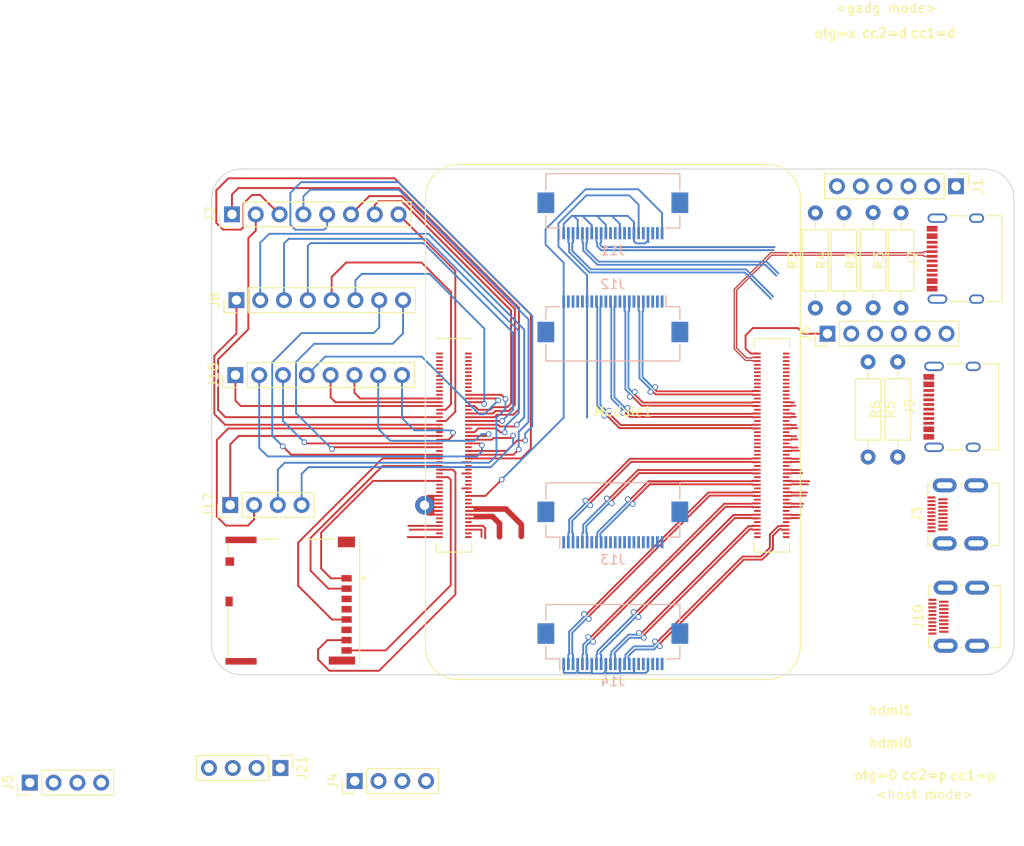
<source format=kicad_pcb>
(kicad_pcb (version 20211014) (generator pcbnew)
  (layers (0 "F.Cu" signal) (31 "B.Cu" signal) (34 "B.Paste" user) (35 "F.Paste" user) (36 "B.SilkS" user "B.Silkscreen") (37 "F.SilkS" user "F.Silkscreen") (38 "B.Mask" user) (39 "F.Mask" user) (44 "Edge.Cuts" user))
  (net 0 "")
  (net 1 "GND")
  (net 2 "+5V")
  (net 18 "+1V8")
  (net 19 "SD_CLK")
  (net 33 "gpio16")
  (net 34 "gpio0")
  (net 35 "gpio17")
  (net 36 "gpio1")
  (net 37 "gpio18")
  (net 38 "gpio2")
  (net 39 "gpio19")
  (net 40 "gpio3")
  (net 41 "gpio20")
  (net 42 "gpio4")
  (net 43 "gpio21")
  (net 44 "gpio5")
  (net 45 "gpio22")
  (net 46 "gpio6")
  (net 47 "gpio23")
  (net 48 "gpio7")
  (net 49 "gpio24")
  (net 50 "gpio8")
  (net 51 "gpio25")
  (net 52 "gpio9")
  (net 53 "gpio26")
  (net 54 "gpio10")
  (net 55 "gpio27")
  (net 56 "gpio11")
  (net 57 "gpio12")
  (net 58 "gpio13")
  (net 59 "hdmi1_sda")
  (net 60 "hdmi1_scl")
  (net 61 "hdmi1_cec")
  (net 62 "hdmi1_tx2_P")
  (net 63 "hdmi1_tx2_N")
  (net 64 "hdmi1_tx1_P")
  (net 65 "hdmi1_tx1_N")
  (net 66 "hdmi0_tx2_P")
  (net 67 "hdmi1_tx0_N")
  (net 68 "hdmi1_clk_P")
  (net 69 "gpio14")
  (net 70 "gpio15")
  (net 71 "cc1")
  (net 72 "cc2")
  (net 74 "hdmi1_clk_N")
  (net 75 "analog0")
  (net 76 "analog1")
  (net 77 "pwrled")
  (net 78 "actled")
  (net 79 "eGLOBAL")
  (net 80 "nRPIBOOT")
  (net 81 "hdmi0_scl")
  (net 82 "hdmi0_sda")
  (net 83 "otg")
  (net 84 "USB_N")
  (net 85 "USB_P")
  (net 86 "hdmi1_plug")
  (net 87 "hdmi0_plug")
  (net 88 "+3V3")
  (net 89 "hdmi0_cec")
  (net 90 "hdmi0_tx2_N")
  (net 91 "hdmi0_tx1_P")
  (net 92 "hdmi0_tx1_N")
  (net 93 "hdmi0_tx0_P")
  (net 94 "hdmi0_tx0_N")
  (net 95 "hdmi0_clk_P")
  (net 96 "hdmi0_clk_N")
  (net 97 "hdmi1_tx0_P")
  (net 98 "cam0_d0_N")
  (net 99 "cam0_d0_P")
  (net 100 "cam0_d1_N")
  (net 101 "cam0_d1_P")
  (net 102 "cam0_c_N")
  (net 103 "cam0_c_P")
  (net 109 "cam_gpio")
  (net 110 "scl1")
  (net 111 "cam1_d1_N")
  (net 112 "cam1_d1_P")
  (net 113 "cam1_c_N")
  (net 114 "cam1_c_P")
  (net 115 "cam1_d2_N")
  (net 116 "cam1_d2_P")
  (net 117 "cam1_d3_N")
  (net 118 "cam1_d3_P")
  (net 119 "dsi0_d0_N")
  (net 120 "dsi0_d0_P")
  (net 121 "dsi0_d1_N")
  (net 122 "dsi0_d1_P")
  (net 123 "dsi0_c_N")
  (net 124 "dsi0_c_P")
  (net 125 "dsi1_d0_N")
  (net 126 "dsi1_d0_P")
  (net 127 "dsi1_d1_N")
  (net 128 "dsi1_d1_P")
  (net 129 "dsi1_c_N")
  (net 130 "dsi1_c_P")
  (net 131 "dsi1_d2_N")
  (net 132 "dsi1_d2_P")
  (net 133 "dsi1_d3_N")
  (net 134 "dsi1_d3_P")
  (net 136 "cam1_d0_N")
  (net 137 "cam1_d0_P")
  (net 139 "sda1")
  (net 140 "scl0")
  (net 151 "Net-(J1-Pad3)")
  (net 152 "Net-(J1-Pad5)")
  (net 153 "sda0")
  (net 154 "SD_DAT3")
  (net 155 "SD_CMD")
  (net 156 "SD_DAT0")
  (net 157 "SD_DAT5")
  (net 158 "SD_DAT1")
  (net 159 "SD_DAT4")
  (net 160 "SD_DAT2")
  (net 161 "SD_DAT7")
  (net 162 "SD_DAT6")
  (net 163 "SD_VDD_override")
  (net 164 "SD_PWR_ON")
  (net 165 "nWIFI")
  (net 166 "nBT")
  (net 167 "RUN_PG")
  (net 168 "nEXTRST")
  (net 169 "Net-(J6-Pad3)")
  (net 170 "Net-(J6-Pad5)")
  (net 173 "Net-(J9-PadB5)")
  (net 179 "Net-(J9-PadA5)")
  (footprint "Connector_PinHeader_2.54mm:PinHeader_1x06_P2.54mm_Vertical" (layer "F.Cu") (at 136.62 47.84 -90)
    (fp_text reference "J1")
    (fp_text value "Conn_01x06_Male")
  )
  (footprint "Connector_USB:USB_C_Receptacle_XKB_U262-16XN-4BVC11" (layer "F.Cu") (at 137.38 71.39 90)
    (fp_text reference "J9")
    (fp_text value "USB_C_Receptacle_USB2.0")
  )
  (footprint "Resistor_THT:R_Axial_DIN0207_L6.3mm_D2.5mm_P10.16mm_Horizontal" (layer "F.Cu") (at 121.61 60.84 90)
    (fp_text reference "R2")
    (fp_text value "5.1k")
  )
  (footprint "Resistor_THT:R_Axial_DIN0207_L6.3mm_D2.5mm_P10.16mm_Horizontal" (layer "F.Cu") (at 130.75 60.84 90)
    (fp_text reference "R3")
    (fp_text value "22k")
  )
  (footprint "Connector_PinHeader_2.54mm:PinHeader_1x04_P2.54mm_Vertical" (layer "F.Cu") (at 59.17 81.87 90)
    (fp_text reference "J17")
    (fp_text value "Conn_01x04_Male")
  )
  (footprint "Connector_USB:USB_C_Receptacle_XKB_U262-16XN-4BVC11" (layer "F.Cu") (at 137.74 55.57 90)
    (fp_text reference "J7")
    (fp_text value "USB_C_Receptacle_USB2.0")
  )
  (footprint "Connector_HDMI:HDMI_Micro-D_Molex_46765-1x01" (layer "F.Cu") (at 138.77 82.87 90)
    (fp_text reference "J3")
    (fp_text value "HDMI_A_1.4")
  )
  (footprint "Connector_PinHeader_2.54mm:PinHeader_1x08_P2.54mm_Vertical" (layer "F.Cu") (at 59.83 60 90)
    (fp_text reference "J8")
    (fp_text value "Conn_01x08_Male")
  )
  (footprint "Resistor_THT:R_Axial_DIN0207_L6.3mm_D2.5mm_P10.16mm_Horizontal" (layer "F.Cu") (at 127.77 60.81 90)
    (fp_text reference "R1")
    (fp_text value "22k")
  )
  (footprint "Resistor_THT:R_Axial_DIN0207_L6.3mm_D2.5mm_P10.16mm_Horizontal" (layer "F.Cu") (at 127.23 66.59 -90)
    (fp_text reference "R5")
    (fp_text value "5.1k")
  )
  (footprint "Connector_PinHeader_2.54mm:PinHeader_1x04_P2.54mm_Vertical" (layer "F.Cu") (at 37.78 111.52 90)
    (fp_text reference "J5")
    (fp_text value "Conn_01x04_Male")
  )
  (footprint "Connector_PinHeader_2.54mm:PinHeader_1x04_P2.54mm_Vertical" (layer "F.Cu") (at 64.52 109.95 -90)
    (fp_text reference "J21")
    (fp_text value "Conn_01x04_Male")
  )
  (footprint "Resistor_THT:R_Axial_DIN0207_L6.3mm_D2.5mm_P10.16mm_Horizontal" (layer "F.Cu") (at 124.66 60.84 90)
    (fp_text reference "R4")
    (fp_text value "5.1k")
  )
  (footprint "Connector_PinHeader_2.54mm:PinHeader_1x08_P2.54mm_Vertical" (layer "F.Cu") (at 59.72 68 90)
    (fp_text reference "J16")
    (fp_text value "Conn_01x08_Male")
  )
  (footprint "Connector_PinHeader_2.54mm:PinHeader_1x06_P2.54mm_Vertical" (layer "F.Cu") (at 122.9 63.58 90)
    (fp_text reference "J6")
    (fp_text value "Conn_01x06_Male")
  )
  (footprint "CM4IO:Raspberry-Pi-4-Compute-Module" (layer "F.Cu") (at 83.5 97)
    (fp_text reference "Module1")
    (fp_text value "ComputeModule4-CM4")
  )
  (footprint "Resistor_THT:R_Axial_DIN0207_L6.3mm_D2.5mm_P10.16mm_Horizontal" (layer "F.Cu") (at 130.4 76.75 90)
    (fp_text reference "R6")
    (fp_text value "5.1k")
  )
  (footprint "Connector_PinHeader_2.54mm:PinHeader_1x04_P2.54mm_Vertical" (layer "F.Cu") (at 72.45 111.34 90)
    (fp_text reference "J4")
    (fp_text value "Conn_01x04_Male")
  )
  (footprint "Connector_PinHeader_2.54mm:PinHeader_1x08_P2.54mm_Vertical" (layer "F.Cu") (at 59.355 50.84 90)
    (fp_text reference "J2")
    (fp_text value "Conn_01x08_Male")
  )
  (footprint "CM4IO:SDCARD_MOLEX_503398-1892" (layer "F.Cu") (at 65.96 92.08 -90)
    (fp_text reference "J22")
    (fp_text value "Micro_SD_Card_Det")
  )
  (footprint "Connector_HDMI:HDMI_Micro-D_Molex_46765-1x01" (layer "F.Cu") (at 138.87 93.8 90)
    (fp_text reference "J10")
    (fp_text value "HDMI_A_1.4")
  )
  (footprint "Connector_FFC-FPC:Hirose_FH12-22S-0.5SH_1x22-1MP_P0.50mm_Horizontal" (layer "B.Cu") (at 100 51)
    (fp_text reference "J11")
    (fp_text value "Conn_01x22_Female")
  )
  (footprint "Connector_FFC-FPC:Hirose_FH12-22S-0.5SH_1x22-1MP_P0.50mm_Horizontal" (layer "B.Cu") (at 100 84)
    (fp_text reference "J13")
    (fp_text value "Conn_01x22_Female")
  )
  (footprint "Connector_FFC-FPC:Hirose_FH12-22S-0.5SH_1x22-1MP_P0.50mm_Horizontal" (layer "B.Cu") (at 100 97)
    (fp_text reference "J14")
    (fp_text value "Conn_01x22_Female")
  )
  (footprint "Connector_FFC-FPC:Hirose_FH12-22S-0.5SH_1x22-1MP_P0.50mm_Horizontal" (layer "B.Cu") (at 100 62 180)
    (fp_text reference "J12")
    (fp_text value "Conn_01x22_Female")
  )
  (gr_arc (start 60.38 100) (mid 58.131403 99.0686) (end 57.200003 96.820003) (layer "Edge.Cuts") (width 0.1))
  (gr_line (start 142.8 49.18) (end 142.8 96.82) (layer "Edge.Cuts") (width 0.1))
  (gr_arc (start 139.62 46) (mid 141.868597 46.9314) (end 142.799997 49.179997) (layer "Edge.Cuts") (width 0.1))
  (gr_line (start 57.2 49.18) (end 57.2 96.82) (layer "Edge.Cuts") (width 0.1))
  (gr_arc (start 57.2 49.18) (mid 58.1314 46.931403) (end 60.379997 46.000003) (layer "Edge.Cuts") (width 0.1))
  (gr_arc (start 142.800003 96.820003) (mid 141.8686 99.068602) (end 139.62 100) (layer "Edge.Cuts") (width 0.1))
  (gr_line (start 60.38 100) (end 139.62 100) (layer "Edge.Cuts") (width 0.1))
  (gr_line (start 139.62 46) (end 60.38 46) (layer "Edge.Cuts") (width 0.1))
  (gr_text "cc2=p" (at 133.26 110.69) (layer "F.SilkS") (effects (font (size 1 1) (thickness 0.2))))
  (gr_text "<gadg mode>" (at 129.15 28.8) (layer "F.SilkS") (effects (font (size 1 1))))
  (gr_text "cc1=p" (at 138.43 110.75) (layer "F.SilkS") (effects (font (size 1 1) (thickness 0.2))))
  (gr_text "otg=0" (at 128.06 110.72) (layer "F.SilkS") (effects (font (size 1 1) (thickness 0.2))))
  (gr_text "cc1=d" (at 134.18 31.47) (layer "F.SilkS") (effects (font (size 1 1) (thickness 0.2))))
  (gr_text "hdmi0\n" (at 129.63 107.29) (layer "F.SilkS") (effects (font (size 1 1) (thickness 0.2))))
  (gr_text "<host mode>" (at 133.27 112.77) (layer "F.SilkS") (effects (font (size 1 1))))
  (gr_text "otg=x" (at 123.73 31.51) (layer "F.SilkS") (effects (font (size 1 1) (thickness 0.2))))
  (gr_text "hdmi1" (at 129.63 103.79) (layer "F.SilkS") (effects (font (size 1 1) (thickness 0.2))))
  (gr_text "cc2=d" (at 129 31.48) (layer "F.SilkS") (effects (font (size 1 1) (thickness 0.2))))
  (segment (start 83.930978 80.1) (end 84.58 80.1) (width 0.2) (layer "F.Cu") (net 1))
  (segment (start 83.930978 78.5) (end 84.58 78.5) (width 0.2) (layer "F.Cu") (net 1))
  (segment (start 83.930978 77.3) (end 84.58 77.3) (width 0.2) (layer "F.Cu") (net 1))
  (segment (start 97.75 99.86) (end 98.969511 99.86) (width 0.2) (layer "B.Cu") (net 1))
  (segment (start 99.89 51) (end 100.75 51.86) (width 0.2) (layer "B.Cu") (net 1))
  (segment (start 95.83 51) (end 96.25 51.42) (width 0.2) (layer "B.Cu") (net 1))
  (segment (start 95.83 51) (end 96.75 51) (width 0.2) (layer "B.Cu") (net 1))
  (segment (start 99.25 99.82) (end 99.26 99.83) (width 0.2) (layer "B.Cu") (net 1))
  (segment (start 102.260489 99.799511) (end 103.53 99.799511) (width 0.2) (layer "B.Cu") (net 1))
  (segment (start 94.75 51.86) (end 95.61 51) (width 0.2) (layer "B.Cu") (net 1))
  (segment (start 100.75 99.749022) (end 100.75 98.85) (width 0.2) (layer "B.Cu") (net 1))
  (segment (start 99.25 98.85) (end 99.25 99.82) (width 0.2) (layer "B.Cu") (net 1))
  (segment (start 102.25 52.85) (end 102.25 53.7) (width 0.2) (layer "B.Cu") (net 1))
  (segment (start 97.75 99.749022) (end 97.75 98.85) (width 0.2) (layer "B.Cu") (net 1))
  (segment (start 98.299022 51) (end 99.89 51) (width 0.2) (layer "B.Cu") (net 1))
  (segment (start 102.25 51.66) (end 102.25 52.85) (width 0.2) (layer "B.Cu") (net 1))
  (segment (start 103.75 53.749022) (end 103.810978 53.81) (width 0.2) (layer "B.Cu") (net 1))
  (segment (start 102.25 99.789022) (end 102.260489 99.799511) (width 0.2) (layer "B.Cu") (net 1))
  (segment (start 96.050489 99.799511) (end 96.25 99.6) (width 0.2) (layer "B.Cu") (net 1))
  (segment (start 97.699511 99.799511) (end 97.75 99.749022) (width 0.2) (layer "B.Cu") (net 1))
  (segment (start 103.53 99.799511) (end 103.75 99.579511) (width 0.2) (layer "B.Cu") (net 1))
  (segment (start 96.25 51.42) (end 96.25 52.85) (width 0.2) (layer "B.Cu") (net 1))
  (segment (start 100.75 51.86) (end 100.75 52.85) (width 0.2) (layer "B.Cu") (net 1))
  (segment (start 94.75 99.749022) (end 94.800489 99.799511) (width 0.2) (layer "B.Cu") (net 1))
  (segment (start 99.89 51) (end 101.59 51) (width 0.2) (layer "B.Cu") (net 1))
  (segment (start 102.25 98.85) (end 102.25 99.789022) (width 0.2) (layer "B.Cu") (net 1))
  (segment (start 100.669022 99.83) (end 100.75 99.749022) (width 0.2) (layer "B.Cu") (net 1))
  (segment (start 95.61 51) (end 95.83 51) (width 0.2) (layer "B.Cu") (net 1))
  (segment (start 98.969511 99.86) (end 99.25 99.579511) (width 0.2) (layer "B.Cu") (net 1))
  (segment (start 98.299022 51) (end 99.25 51.950978) (width 0.2) (layer "B.Cu") (net 1))
  (segment (start 103.44 53.93698) (end 103.75 53.62698) (width 0.2) (layer "B.Cu") (net 1))
  (segment (start 96.75 51) (end 97.75 52) (width 0.2) (layer "B.Cu") (net 1))
  (segment (start 103.75 52.85) (end 103.75 53.749022) (width 0.2) (layer "B.Cu") (net 1))
  (segment (start 99.25 99.579511) (end 99.25 98.85) (width 0.2) (layer "B.Cu") (net 1))
  (segment (start 96.75 51) (end 98.299022 51) (width 0.2) (layer "B.Cu") (net 1))
  (segment (start 94.75 52.85) (end 94.75 51.86) (width 0.2) (layer "B.Cu") (net 1))
  (segment (start 103.75 99.579511) (end 103.75 98.85) (width 0.2) (layer "B.Cu") (net 1))
  (segment (start 96.25 99.749022) (end 96.300489 99.799511) (width 0.2) (layer "B.Cu") (net 1))
  (segment (start 102.48698 53.93698) (end 103.44 53.93698) (width 0.2) (layer "B.Cu") (net 1))
  (segment (start 97.75 52) (end 97.75 52.85) (width 0.2) (layer "B.Cu") (net 1))
  (segment (start 96.300489 99.799511) (end 97.699511 99.799511) (width 0.2) (layer "B.Cu") (net 1))
  (segment (start 94.800489 99.799511) (end 96.050489 99.799511) (width 0.2) (layer "B.Cu") (net 1))
  (segment (start 96.25 98.85) (end 96.25 99.749022) (width 0.2) (layer "B.Cu") (net 1))
  (segment (start 100.75 99.749022) (end 100.800489 99.799511) (width 0.2) (layer "B.Cu") (net 1))
  (segment (start 102.25 53.7) (end 102.48698 53.93698) (width 0.2) (layer "B.Cu") (net 1))
  (segment (start 102.199511 99.799511) (end 102.25 99.749022) (width 0.2) (layer "B.Cu") (net 1))
  (segment (start 99.25 51.950978) (end 99.25 52.85) (width 0.2) (layer "B.Cu") (net 1))
  (segment (start 102.25 99.749022) (end 102.25 98.85) (width 0.2) (layer "B.Cu") (net 1))
  (segment (start 99.26 99.83) (end 100.669022 99.83) (width 0.2) (layer "B.Cu") (net 1))
  (segment (start 96.25 99.6) (end 96.25 98.85) (width 0.2) (layer "B.Cu") (net 1))
  (segment (start 101.59 51) (end 102.25 51.66) (width 0.2) (layer "B.Cu") (net 1))
  (segment (start 94.75 98.85) (end 94.75 99.749022) (width 0.2) (layer "B.Cu") (net 1))
  (segment (start 100.800489 99.799511) (end 102.199511 99.799511) (width 0.2) (layer "B.Cu") (net 1))
  (segment (start 103.75 53.62698) (end 103.75 52.85) (width 0.2) (layer "B.Cu") (net 1))
  (segment (start 97.75 98.85) (end 97.75 99.86) (width 0.2) (layer "B.Cu") (net 1))
  (segment (start 80.32 82.7) (end 80.66 82.7) (width 0.6) (layer "F.Cu") (net 2))
  (segment (start 80.32 81.1) (end 80.66 81.1) (width 0.6) (layer "F.Cu") (net 2))
  (segment (start 79.9 81.9) (end 79.9 81.52) (width 0.6) (layer "F.Cu") (net 2))
  (segment (start 81.5 82.9) (end 80.52 82.9) (width 0.2) (layer "F.Cu") (net 2))
  (segment (start 81.5 81.7) (end 80 81.7) (width 0.2) (layer "F.Cu") (net 2))
  (segment (start 79.9 81.9) (end 80.26 81.9) (width 0.6) (layer "F.Cu") (net 2))
  (segment (start 80.3 82.3) (end 80.66 82.3) (width 0.6) (layer "F.Cu") (net 2))
  (segment (start 79.9 82.28) (end 80.32 82.7) (width 0.6) (layer "F.Cu") (net 2))
  (segment (start 81.5 81.3) (end 80.21 81.3) (width 0.2) (layer "F.Cu") (net 2))
  (segment (start 81.5 82.1) (end 80.06 82.1) (width 0.2) (layer "F.Cu") (net 2))
  (segment (start 80.52 82.9) (end 80.32 82.7) (width 0.2) (layer "F.Cu") (net 2))
  (segment (start 80.66 81.9) (end 79.9 81.9) (width 0.6) (layer "F.Cu") (net 2))
  (segment (start 79.9 81.9) (end 80.3 81.5) (width 0.6) (layer "F.Cu") (net 2))
  (segment (start 81.5 82.5) (end 80.09 82.5) (width 0.2) (layer "F.Cu") (net 2))
  (segment (start 80.3 81.5) (end 80.66 81.5) (width 0.6) (layer "F.Cu") (net 2))
  (segment (start 81.5 80.9) (end 80.52 80.9) (width 0.2) (layer "F.Cu") (net 2))
  (segment (start 80.52 80.9) (end 80.32 81.1) (width 0.2) (layer "F.Cu") (net 2))
  (segment (start 79.9 81.9) (end 80.3 82.3) (width 0.6) (layer "F.Cu") (net 2))
  (segment (start 79.9 81.52) (end 80.32 81.1) (width 0.6) (layer "F.Cu") (net 2))
  (via (at 79.9 81.9) (size 2) (drill 1) (layers "F.Cu" "B.Cu") (net 2))
  (segment (start 84.58 83.3) (end 86.17 83.3) (width 0.2) (layer "F.Cu") (net 18))
  (segment (start 84.58 82.9) (end 86.17 82.9) (width 0.2) (layer "F.Cu") (net 18))
  (segment (start 85.42 83.1) (end 87.15 83.1) (width 0.6) (layer "F.Cu") (net 18))
  (segment (start 87.15 83.1) (end 87.9 83.85) (width 0.6) (layer "F.Cu") (net 18))
  (segment (start 87.9 83.85) (end 87.9 85.26) (width 0.6) (layer "F.Cu") (net 18))
  (segment (start 75.41 76.9) (end 81.5 76.9) (width 0.2) (layer "F.Cu") (net 19))
  (segment (start 66.42 85.89) (end 75.41 76.9) (width 0.2) (layer "F.Cu") (net 19))
  (segment (start 66.42 90.5) (end 66.42 85.89) (width 0.2) (layer "F.Cu") (net 19))
  (segment (start 70.02 94.1) (end 66.42 90.5) (width 0.2) (layer "F.Cu") (net 19))
  (segment (start 71.585 94.1) (end 70.02 94.1) (width 0.2) (layer "F.Cu") (net 19))
  (segment (start 81.5 71.3) (end 60.29 71.3) (width 0.2) (layer "F.Cu") (net 33))
  (segment (start 60.29 71.3) (end 59.72 70.73) (width 0.2) (layer "F.Cu") (net 33))
  (segment (start 59.72 70.73) (end 59.72 68) (width 0.2) (layer "F.Cu") (net 33))
  (segment (start 87.635966 72.22904) (end 87.365006 72.5) (width 0.2) (layer "F.Cu") (net 34))
  (segment (start 59.355 48.715) (end 60.04 48.03) (width 0.2) (layer "F.Cu") (net 34))
  (segment (start 60.04 48.03) (end 77.184994 48.03) (width 0.2) (layer "F.Cu") (net 34))
  (segment (start 59.355 50.84) (end 59.355 48.715) (width 0.2) (layer "F.Cu") (net 34))
  (segment (start 89.98 60.825006) (end 89.98 71.63) (width 0.2) (layer "F.Cu") (net 34))
  (segment (start 89.38096 72.22904) (end 87.635966 72.22904) (width 0.2) (layer "F.Cu") (net 34))
  (segment (start 89.98 71.63) (end 89.38096 72.22904) (width 0.2) (layer "F.Cu") (net 34))
  (segment (start 77.184994 48.03) (end 89.98 60.825006) (width 0.2) (layer "F.Cu") (net 34))
  (segment (start 87.365006 72.5) (end 84.58 72.5) (width 0.2) (layer "F.Cu") (net 34))
  (segment (start 85.8295 75.3) (end 86.03 75.5005) (width 0.2) (layer "F.Cu") (net 35))
  (segment (start 84.58 75.3) (end 85.8295 75.3) (width 0.2) (layer "F.Cu") (net 35))
  (via (at 86.03 75.5005) (size 0.6) (drill 0.4) (layers "F.Cu" "B.Cu") (net 35))
  (segment (start 85.5 76.69) (end 86.03 76.16) (width 0.2) (layer "B.Cu") (net 35))
  (segment (start 62.26 68) (end 62.26 75.78) (width 0.2) (layer "B.Cu") (net 35))
  (segment (start 63.17 76.69) (end 85.5 76.69) (width 0.2) (layer "B.Cu") (net 35))
  (segment (start 86.03 76.16) (end 86.03 75.5005) (width 0.2) (layer "B.Cu") (net 35))
  (segment (start 62.26 75.78) (end 63.17 76.69) (width 0.2) (layer "B.Cu") (net 35))
  (segment (start 57.86952 71.70952) (end 57.86952 66.34048) (width 0.2) (layer "F.Cu") (net 36))
  (segment (start 57.86952 66.34048) (end 61.1 63.11) (width 0.2) (layer "F.Cu") (net 36))
  (segment (start 61.1 63.11) (end 61.1 53.37) (width 0.2) (layer "F.Cu") (net 36))
  (segment (start 81.5 72.5) (end 58.66 72.5) (width 0.2) (layer "F.Cu") (net 36))
  (segment (start 61.895 52.575) (end 61.895 50.84) (width 0.2) (layer "F.Cu") (net 36))
  (segment (start 61.1 53.37) (end 61.895 52.575) (width 0.2) (layer "F.Cu") (net 36))
  (segment (start 58.66 72.5) (end 57.86952 71.70952) (width 0.2) (layer "F.Cu") (net 36))
  (segment (start 67.2 75.3) (end 81.5 75.3) (width 0.2) (layer "F.Cu") (net 37))
  (segment (start 67.07 75.17) (end 67.2 75.3) (width 0.2) (layer "F.Cu") (net 37))
  (via (at 67.07 75.17) (size 0.6) (drill 0.4) (layers "F.Cu" "B.Cu") (net 37))
  (segment (start 64.8 68) (end 64.8 72.9) (width 0.2) (layer "B.Cu") (net 37))
  (segment (start 64.8 72.9) (end 67.07 75.17) (width 0.2) (layer "B.Cu") (net 37))
  (segment (start 57.68 51.75) (end 57.68 48.28) (width 0.2) (layer "F.Cu") (net 38))
  (segment (start 91.25 61.53) (end 91.25 75.88) (width 0.2) (layer "F.Cu") (net 38))
  (segment (start 58.97 46.99) (end 76.71 46.99) (width 0.2) (layer "F.Cu") (net 38))
  (segment (start 91.25 75.88) (end 90.23 76.9) (width 0.2) (layer "F.Cu") (net 38))
  (segment (start 60.58 52.2) (end 60.31 52.47) (width 0.2) (layer "F.Cu") (net 38))
  (segment (start 60.31 52.47) (end 58.4 52.47) (width 0.2) (layer "F.Cu") (net 38))
  (segment (start 58.4 52.47) (end 57.68 51.75) (width 0.2) (layer "F.Cu") (net 38))
  (segment (start 90.23 76.9) (end 84.58 76.9) (width 0.2) (layer "F.Cu") (net 38))
  (segment (start 76.71 46.99) (end 91.25 61.53) (width 0.2) (layer "F.Cu") (net 38))
  (segment (start 57.68 48.28) (end 58.97 46.99) (width 0.2) (layer "F.Cu") (net 38))
  (segment (start 61.49 48.77) (end 60.58 49.68) (width 0.2) (layer "F.Cu") (net 38))
  (segment (start 64.435 50.84) (end 62.365 48.77) (width 0.2) (layer "F.Cu") (net 38))
  (segment (start 62.365 48.77) (end 61.49 48.77) (width 0.2) (layer "F.Cu") (net 38))
  (segment (start 60.58 49.68) (end 60.58 52.2) (width 0.2) (layer "F.Cu") (net 38))
  (segment (start 87.755462 70.70036) (end 87.554622 70.49952) (width 0.2) (layer "F.Cu") (net 39))
  (segment (start 84.58048 70.49952) (end 84.58 70.5) (width 0.2) (layer "F.Cu") (net 39))
  (segment (start 87.554622 70.49952) (end 84.58048 70.49952) (width 0.2) (layer "F.Cu") (net 39))
  (via (at 87.755462 70.70036) (size 0.6) (drill 0.4) (layers "F.Cu" "B.Cu") (net 39))
  (segment (start 79.6 66.03) (end 85.76 72.19) (width 0.2) (layer "B.Cu") (net 39))
  (segment (start 85.76 72.19) (end 86.265822 72.19) (width 0.2) (layer "B.Cu") (net 39))
  (segment (start 86.265822 72.19) (end 87.755462 70.70036) (width 0.2) (layer "B.Cu") (net 39))
  (segment (start 67.34 68) (end 69.31 66.03) (width 0.2) (layer "B.Cu") (net 39))
  (segment (start 69.31 66.03) (end 79.6 66.03) (width 0.2) (layer "B.Cu") (net 39))
  (segment (start 84.58 76.5) (end 89.04 76.5) (width 0.2) (layer "F.Cu") (net 40))
  (segment (start 89.39 76.5) (end 89.04 76.5) (width 0.2) (layer "F.Cu") (net 40))
  (segment (start 89.95 75.94) (end 89.39 76.5) (width 0.2) (layer "F.Cu") (net 40))
  (via (at 89.95 75.94) (size 0.6) (drill 0.4) (layers "F.Cu" "B.Cu") (net 40))
  (segment (start 91.00048 73.01) (end 89.95 74.06048) (width 0.2) (layer "B.Cu") (net 40))
  (segment (start 89.95 74.06048) (end 89.95 75.94) (width 0.2) (layer "B.Cu") (net 40))
  (segment (start 91.00048 62.05048) (end 91.00048 73.01) (width 0.2) (layer "B.Cu") (net 40))
  (segment (start 66.975 48.925) (end 67.69 48.21) (width 0.2) (layer "B.Cu") (net 40))
  (segment (start 66.975 50.84) (end 66.975 48.925) (width 0.2) (layer "B.Cu") (net 40))
  (segment (start 67.69 48.21) (end 77.16 48.21) (width 0.2) (layer "B.Cu") (net 40))
  (segment (start 77.16 48.21) (end 91.00048 62.05048) (width 0.2) (layer "B.Cu") (net 40))
  (segment (start 70.4 70.9) (end 69.88 70.38) (width 0.2) (layer "F.Cu") (net 41))
  (segment (start 81.5 70.9) (end 70.4 70.9) (width 0.2) (layer "F.Cu") (net 41))
  (segment (start 69.88 70.38) (end 69.88 68) (width 0.2) (layer "F.Cu") (net 41))
  (segment (start 90.6505 74.99) (end 89.78 74.99) (width 0.2) (layer "F.Cu") (net 42))
  (segment (start 89.78 74.99) (end 88.67 76.1) (width 0.2) (layer "F.Cu") (net 42))
  (segment (start 88.67 76.1) (end 84.58 76.1) (width 0.2) (layer "F.Cu") (net 42))
  (via (at 90.6505 74.99) (size 0.6) (drill 0.4) (layers "F.Cu" "B.Cu") (net 42))
  (segment (start 65.584511 51.944511) (end 65.584511 48.545489) (width 0.2) (layer "B.Cu") (net 42))
  (segment (start 69.515 50.84) (end 69.515 52.155) (width 0.2) (layer "B.Cu") (net 42))
  (segment (start 69.515 52.155) (end 69.19 52.48) (width 0.2) (layer "B.Cu") (net 42))
  (segment (start 65.584511 48.545489) (end 66.73 47.4) (width 0.2) (layer "B.Cu") (net 42))
  (segment (start 91.4 73.48) (end 90.6505 74.2295) (width 0.2) (layer "B.Cu") (net 42))
  (segment (start 66.12 52.48) (end 65.584511 51.944511) (width 0.2) (layer "B.Cu") (net 42))
  (segment (start 66.73 47.4) (end 77.1 47.4) (width 0.2) (layer "B.Cu") (net 42))
  (segment (start 91.4 61.7) (end 91.4 73.48) (width 0.2) (layer "B.Cu") (net 42))
  (segment (start 77.1 47.4) (end 91.4 61.7) (width 0.2) (layer "B.Cu") (net 42))
  (segment (start 69.19 52.48) (end 66.12 52.48) (width 0.2) (layer "B.Cu") (net 42))
  (segment (start 90.6505 74.2295) (end 90.6505 74.99) (width 0.2) (layer "B.Cu") (net 42))
  (segment (start 72.42 69.88) (end 73.04 70.5) (width 0.2) (layer "F.Cu") (net 43))
  (segment (start 72.42 68) (end 72.42 69.88) (width 0.2) (layer "F.Cu") (net 43))
  (segment (start 73.04 70.5) (end 81.5 70.5) (width 0.2) (layer "F.Cu") (net 43))
  (segment (start 74.005 48.89) (end 72.055 50.84) (width 0.2) (layer "F.Cu") (net 44))
  (segment (start 77.479988 48.89) (end 74.005 48.89) (width 0.2) (layer "F.Cu") (net 44))
  (segment (start 88.885486 71.82952) (end 89.539999 71.175007) (width 0.2) (layer "F.Cu") (net 44))
  (segment (start 87.47048 71.82952) (end 88.885486 71.82952) (width 0.2) (layer "F.Cu") (net 44))
  (segment (start 87.2 72.1) (end 87.47048 71.82952) (width 0.2) (layer "F.Cu") (net 44))
  (segment (start 84.58 72.1) (end 87.2 72.1) (width 0.2) (layer "F.Cu") (net 44))
  (segment (start 89.539999 71.175007) (end 89.54 60.950012) (width 0.2) (layer "F.Cu") (net 44))
  (segment (start 89.54 60.950012) (end 77.479988 48.89) (width 0.2) (layer "F.Cu") (net 44))
  (segment (start 84.58048 74.50048) (end 84.58 74.5) (width 0.2) (layer "F.Cu") (net 45))
  (segment (start 86.75 74.29902) (end 86.54902 74.5) (width 0.2) (layer "F.Cu") (net 45))
  (segment (start 86.54902 74.5) (end 84.58 74.5) (width 0.2) (layer "F.Cu") (net 45))
  (via (at 86.75 74.29902) (size 0.6) (drill 0.4) (layers "F.Cu" "B.Cu") (net 45))
  (segment (start 85.27 75.02) (end 76.24 75.02) (width 0.2) (layer "B.Cu") (net 45))
  (segment (start 74.96 73.74) (end 74.96 68) (width 0.2) (layer "B.Cu") (net 45))
  (segment (start 85.99098 74.29902) (end 85.27 75.02) (width 0.2) (layer "B.Cu") (net 45))
  (segment (start 86.75 74.29902) (end 85.99098 74.29902) (width 0.2) (layer "B.Cu") (net 45))
  (segment (start 76.24 75.02) (end 74.96 73.74) (width 0.2) (layer "B.Cu") (net 45))
  (segment (start 86.921469 71.698531) (end 85.627553 71.698531) (width 0.2) (layer "F.Cu") (net 46))
  (segment (start 85.229022 71.3) (end 84.58 71.3) (width 0.2) (layer "F.Cu") (net 46))
  (segment (start 85.627553 71.698531) (end 85.229022 71.3) (width 0.2) (layer "F.Cu") (net 46))
  (segment (start 88.72 71.43) (end 87.19 71.43) (width 0.2) (layer "F.Cu") (net 46))
  (segment (start 77.464982 49.44) (end 89.14048 61.115498) (width 0.2) (layer "F.Cu") (net 46))
  (segment (start 87.19 71.43) (end 86.921469 71.698531) (width 0.2) (layer "F.Cu") (net 46))
  (segment (start 89.14048 61.115498) (end 89.14048 71.00952) (width 0.2) (layer "F.Cu") (net 46))
  (segment (start 74.99 49.44) (end 77.464982 49.44) (width 0.2) (layer "F.Cu") (net 46))
  (segment (start 89.14048 71.00952) (end 88.72 71.43) (width 0.2) (layer "F.Cu") (net 46))
  (segment (start 74.595 50.84) (end 74.595 49.835) (width 0.2) (layer "F.Cu") (net 46))
  (segment (start 74.595 49.835) (end 74.99 49.44) (width 0.2) (layer "F.Cu") (net 46))
  (segment (start 82.94 74.43) (end 82.47 74.9) (width 0.2) (layer "F.Cu") (net 47))
  (segment (start 82.47 74.9) (end 81.5 74.9) (width 0.2) (layer "F.Cu") (net 47))
  (segment (start 82.94 74.15) (end 82.94 74.43) (width 0.2) (layer "F.Cu") (net 47))
  (via (at 82.94 74.15) (size 0.6) (drill 0.4) (layers "F.Cu" "B.Cu") (net 47))
  (segment (start 82.94 74.15) (end 82.69 73.9) (width 0.2) (layer "B.Cu") (net 47))
  (segment (start 78.82 73.9) (end 77.5 72.58) (width 0.2) (layer "B.Cu") (net 47))
  (segment (start 82.69 73.9) (end 78.82 73.9) (width 0.2) (layer "B.Cu") (net 47))
  (segment (start 77.5 72.58) (end 77.5 68) (width 0.2) (layer "B.Cu") (net 47))
  (segment (start 81.5 72.9) (end 82.195006 72.9) (width 0.2) (layer "F.Cu") (net 48))
  (segment (start 83.19 56.895) (end 77.135 50.84) (width 0.2) (layer "F.Cu") (net 48))
  (segment (start 81.5 72.9) (end 81.49952 72.90048) (width 0.2) (layer "F.Cu") (net 48))
  (segment (start 82.195006 72.9) (end 83.19 71.905006) (width 0.2) (layer "F.Cu") (net 48))
  (segment (start 83.19 71.905006) (end 83.19 56.895) (width 0.2) (layer "F.Cu") (net 48))
  (segment (start 59.17 81.87) (end 59.17 75.4) (width 0.2) (layer "F.Cu") (net 49))
  (segment (start 59.17 75.4) (end 60.07 74.5) (width 0.2) (layer "F.Cu") (net 49))
  (segment (start 60.07 74.5) (end 81.5 74.5) (width 0.2) (layer "F.Cu") (net 49))
  (segment (start 59.83 63.57) (end 57.47 65.93) (width 0.2) (layer "F.Cu") (net 50))
  (segment (start 58.61 73.3) (end 81.5 73.3) (width 0.2) (layer "F.Cu") (net 50))
  (segment (start 57.47 65.93) (end 57.47 72.16) (width 0.2) (layer "F.Cu") (net 50))
  (segment (start 57.47 72.16) (end 58.61 73.3) (width 0.2) (layer "F.Cu") (net 50))
  (segment (start 59.83 63.57) (end 59.83 60) (width 0.2) (layer "F.Cu") (net 50))
  (segment (start 61.71 81.87) (end 61.71 83.42) (width 0.2) (layer "F.Cu") (net 51))
  (segment (start 61.71 83.42) (end 61.06 84.07) (width 0.2) (layer "F.Cu") (net 51))
  (segment (start 57.74 83.11) (end 57.74 74.92) (width 0.2) (layer "F.Cu") (net 51))
  (segment (start 57.74 74.92) (end 58.96 73.7) (width 0.2) (layer "F.Cu") (net 51))
  (segment (start 58.7 84.07) (end 57.74 83.11) (width 0.2) (layer "F.Cu") (net 51))
  (segment (start 61.06 84.07) (end 58.7 84.07) (width 0.2) (layer "F.Cu") (net 51))
  (segment (start 58.96 73.7) (end 81.5 73.7) (width 0.2) (layer "F.Cu") (net 51))
  (segment (start 87.742162 73.3) (end 84.58 73.3) (width 0.2) (layer "F.Cu") (net 52))
  (segment (start 87.931673 73.489511) (end 87.742162 73.3) (width 0.2) (layer "F.Cu") (net 52))
  (segment (start 89.75 73.3) (end 89.560489 73.489511) (width 0.2) (layer "F.Cu") (net 52))
  (segment (start 89.560489 73.489511) (end 87.931673 73.489511) (width 0.2) (layer "F.Cu") (net 52))
  (via (at 89.75 73.3) (size 0.6) (drill 0.4) (layers "F.Cu" "B.Cu") (net 52))
  (segment (start 80.31 52.91) (end 63.33 52.91) (width 0.2) (layer "B.Cu") (net 52))
  (segment (start 89.75 73.3) (end 89.75 73.29) (width 0.2) (layer "B.Cu") (net 52))
  (segment (start 90.54 63.14) (end 80.31 52.91) (width 0.2) (layer "B.Cu") (net 52))
  (segment (start 90.54 72.5) (end 90.54 63.14) (width 0.2) (layer "B.Cu") (net 52))
  (segment (start 89.75 73.29) (end 90.54 72.5) (width 0.2) (layer "B.Cu") (net 52))
  (segment (start 63.33 52.91) (end 62.37 53.87) (width 0.2) (layer "B.Cu") (net 52))
  (segment (start 62.37 53.87) (end 62.37 60) (width 0.2) (layer "B.Cu") (net 52))
  (segment (start 88.089498 70.1) (end 84.58 70.1) (width 0.2) (layer "F.Cu") (net 53))
  (segment (start 88.54098 70.551482) (end 88.089498 70.1) (width 0.2) (layer "F.Cu") (net 53))
  (via (at 88.54098 70.551482) (size 0.6) (drill 0.4) (layers "F.Cu" "B.Cu") (net 53))
  (segment (start 64.98 77.36) (end 64.25 78.09) (width 0.2) (layer "B.Cu") (net 53))
  (segment (start 64.25 78.09) (end 64.25 81.87) (width 0.2) (layer "B.Cu") (net 53))
  (segment (start 88.54098 70.551482) (end 88.54098 71.59902) (width 0.2) (layer "B.Cu") (net 53))
  (segment (start 86.79 77.36) (end 64.98 77.36) (width 0.2) (layer "B.Cu") (net 53))
  (segment (start 88.54098 71.59902) (end 87.58 72.56) (width 0.2) (layer "B.Cu") (net 53))
  (segment (start 87.58 72.56) (end 87.58 76.57) (width 0.2) (layer "B.Cu") (net 53))
  (segment (start 87.58 76.57) (end 86.79 77.36) (width 0.2) (layer "B.Cu") (net 53))
  (segment (start 85.629502 73.69952) (end 85.229022 74.1) (width 0.2) (layer "F.Cu") (net 54))
  (segment (start 87.997156 74.12) (end 87.576676 73.69952) (width 0.2) (layer "F.Cu") (net 54))
  (segment (start 85.229022 74.1) (end 84.58 74.1) (width 0.2) (layer "F.Cu") (net 54))
  (segment (start 88.46 74.12) (end 87.997156 74.12) (width 0.2) (layer "F.Cu") (net 54))
  (segment (start 87.576676 73.69952) (end 85.629502 73.69952) (width 0.2) (layer "F.Cu") (net 54))
  (via (at 88.46 74.12) (size 0.6) (drill 0.4) (layers "F.Cu" "B.Cu") (net 54))
  (segment (start 88.500489 74.079511) (end 88.46 74.12) (width 0.2) (layer "B.Cu") (net 54))
  (segment (start 64.91 60) (end 64.91 53.95) (width 0.2) (layer "B.Cu") (net 54))
  (segment (start 65.41 53.45) (end 80.12 53.45) (width 0.2) (layer "B.Cu") (net 54))
  (segment (start 89.96 63.29) (end 89.96 72.03) (width 0.2) (layer "B.Cu") (net 54))
  (segment (start 89.96 72.03) (end 88.500489 73.489511) (width 0.2) (layer "B.Cu") (net 54))
  (segment (start 64.91 53.95) (end 65.41 53.45) (width 0.2) (layer "B.Cu") (net 54))
  (segment (start 80.12 53.45) (end 89.96 63.29) (width 0.2) (layer "B.Cu") (net 54))
  (segment (start 88.500489 73.489511) (end 88.500489 74.079511) (width 0.2) (layer "B.Cu") (net 54))
  (segment (start 87.07 74.9) (end 84.58 74.9) (width 0.2) (layer "F.Cu") (net 55))
  (segment (start 89.3505 74.458851) (end 89.089351 74.72) (width 0.2) (layer "F.Cu") (net 55))
  (segment (start 89.089351 74.72) (end 87.25 74.72) (width 0.2) (layer "F.Cu") (net 55))
  (segment (start 87.25 74.72) (end 87.07 74.9) (width 0.2) (layer "F.Cu") (net 55))
  (via (at 89.3505 74.458851) (size 0.6) (drill 0.4) (layers "F.Cu" "B.Cu") (net 55))
  (segment (start 89.3505 75.4495) (end 86.97 77.83) (width 0.2) (layer "B.Cu") (net 55))
  (segment (start 66.79 78.55) (end 66.79 81.87) (width 0.2) (layer "B.Cu") (net 55))
  (segment (start 89.3505 74.458851) (end 89.3505 75.4495) (width 0.2) (layer "B.Cu") (net 55))
  (segment (start 67.51 77.83) (end 66.79 78.55) (width 0.2) (layer "B.Cu") (net 55))
  (segment (start 86.97 77.83) (end 67.51 77.83) (width 0.2) (layer "B.Cu") (net 55))
  (segment (start 88.17 72.9) (end 84.58 72.9) (width 0.2) (layer "F.Cu") (net 56))
  (segment (start 88.18 72.89) (end 88.17 72.9) (width 0.2) (layer "F.Cu") (net 56))
  (via (at 88.18 72.89) (size 0.6) (drill 0.4) (layers "F.Cu" "B.Cu") (net 56))
  (segment (start 89.35 71.72) (end 89.35 63.47) (width 0.2) (layer "B.Cu") (net 56))
  (segment (start 88.18 72.89) (end 89.35 71.72) (width 0.2) (layer "B.Cu") (net 56))
  (segment (start 67.75 53.91) (end 67.45 54.21) (width 0.2) (layer "B.Cu") (net 56))
  (segment (start 89.35 63.47) (end 79.79 53.91) (width 0.2) (layer "B.Cu") (net 56))
  (segment (start 67.45 54.21) (end 67.45 60) (width 0.2) (layer "B.Cu") (net 56))
  (segment (start 79.79 53.91) (end 67.75 53.91) (width 0.2) (layer "B.Cu") (net 56))
  (segment (start 82.73 59.14) (end 82.73 71.119022) (width 0.2) (layer "F.Cu") (net 57))
  (segment (start 69.99 57.53) (end 71.54 55.98) (width 0.2) (layer "F.Cu") (net 57))
  (segment (start 69.99 60) (end 69.99 57.53) (width 0.2) (layer "F.Cu") (net 57))
  (segment (start 82.73 71.119022) (end 82.149022 71.7) (width 0.2) (layer "F.Cu") (net 57))
  (segment (start 82.149022 71.7) (end 81.5 71.7) (width 0.2) (layer "F.Cu") (net 57))
  (segment (start 79.57 55.98) (end 82.73 59.14) (width 0.2) (layer "F.Cu") (net 57))
  (segment (start 71.54 55.98) (end 79.57 55.98) (width 0.2) (layer "F.Cu") (net 57))
  (segment (start 86.28 71.09902) (end 86.08098 70.9) (width 0.2) (layer "F.Cu") (net 58))
  (segment (start 86.08098 70.9) (end 84.58 70.9) (width 0.2) (layer "F.Cu") (net 58))
  (via (at 86.28 71.09902) (size 0.6) (drill 0.4) (layers "F.Cu" "B.Cu") (net 58))
  (segment (start 72.53 60) (end 72.53 57.87) (width 0.2) (layer "B.Cu") (net 58))
  (segment (start 73.205 57.195) (end 80.445 57.195) (width 0.2) (layer "B.Cu") (net 58))
  (segment (start 86.28 63.03) (end 86.28 71.09902) (width 0.2) (layer "B.Cu") (net 58))
  (segment (start 80.445 57.195) (end 86.28 63.03) (width 0.2) (layer "B.Cu") (net 58))
  (segment (start 72.53 57.87) (end 73.205 57.195) (width 0.2) (layer "B.Cu") (net 58))
  (segment (start 119.061501 74.5365) (end 119.552276 74.5365) (width 0.2) (layer "F.Cu") (net 62))
  (segment (start 118.5 74.5) (end 119.025001 74.5) (width 0.2) (layer "F.Cu") (net 62))
  (segment (start 119.025001 74.5) (end 119.061501 74.5365) (width 0.2) (layer "F.Cu") (net 62))
  (segment (start 118.5 74.9) (end 119.025001 74.9) (width 0.2) (layer "F.Cu") (net 63))
  (segment (start 119.061501 74.8635) (end 119.687724 74.8635) (width 0.2) (layer "F.Cu") (net 63))
  (segment (start 119.025001 74.9) (end 119.061501 74.8635) (width 0.2) (layer "F.Cu") (net 63))
  (segment (start 119.712276 75.7365) (end 119.061501 75.7365) (width 0.2) (layer "F.Cu") (net 64))
  (segment (start 119.025001 75.7) (end 118.5 75.7) (width 0.2) (layer "F.Cu") (net 64))
  (segment (start 119.061501 75.7365) (end 119.025001 75.7) (width 0.2) (layer "F.Cu") (net 64))
  (segment (start 119.025001 76.1) (end 118.5 76.1) (width 0.2) (layer "F.Cu") (net 65))
  (segment (start 119.847724 76.0635) (end 119.061501 76.0635) (width 0.2) (layer "F.Cu") (net 65))
  (segment (start 119.061501 76.0635) (end 119.025001 76.1) (width 0.2) (layer "F.Cu") (net 65))
  (segment (start 120.947724 79.3365) (end 119.061501 79.3365) (width 0.2) (layer "F.Cu") (net 66))
  (segment (start 119.025001 79.3) (end 118.5 79.3) (width 0.2) (layer "F.Cu") (net 66))
  (segment (start 119.061501 79.3365) (end 119.025001 79.3) (width 0.2) (layer "F.Cu") (net 66))
  (segment (start 118.5 77.3) (end 119.025001 77.3) (width 0.2) (layer "F.Cu") (net 67))
  (segment (start 119.025001 77.3) (end 119.061501 77.2635) (width 0.2) (layer "F.Cu") (net 67))
  (segment (start 119.061501 77.2635) (end 119.967724 77.2635) (width 0.2) (layer "F.Cu") (net 67))
  (segment (start 119.061501 78.1365) (end 119.025001 78.1) (width 0.2) (layer "F.Cu") (net 68))
  (segment (start 120.042276 78.1365) (end 119.061501 78.1365) (width 0.2) (layer "F.Cu") (net 68))
  (segment (start 119.025001 78.1) (end 118.5 78.1) (width 0.2) (layer "F.Cu") (net 68))
  (segment (start 80.800989 76.499011) (end 80.801978 76.5) (width 0.2) (layer "F.Cu") (net 69))
  (segment (start 65.669011 76.499011) (end 80.800989 76.499011) (width 0.2) (layer "F.Cu") (net 69))
  (segment (start 64.77 75.6) (end 65.669011 76.499011) (width 0.2) (layer "F.Cu") (net 69))
  (segment (start 80.801978 76.5) (end 81.5 76.5) (width 0.2) (layer "F.Cu") (net 69))
  (via (at 64.77 75.6) (size 0.6) (drill 0.4) (layers "F.Cu" "B.Cu") (net 69))
  (segment (start 66.79 63.51) (end 63.650489 66.649511) (width 0.2) (layer "B.Cu") (net 69))
  (segment (start 74.49 63.51) (end 66.79 63.51) (width 0.2) (layer "B.Cu") (net 69))
  (segment (start 75.07 60) (end 75.07 62.93) (width 0.2) (layer "B.Cu") (net 69))
  (segment (start 63.650489 74.480489) (end 64.77 75.6) (width 0.2) (layer "B.Cu") (net 69))
  (segment (start 75.07 62.93) (end 74.49 63.51) (width 0.2) (layer "B.Cu") (net 69))
  (segment (start 63.650489 66.649511) (end 63.650489 74.480489) (width 0.2) (layer "B.Cu") (net 69))
  (segment (start 70.2295 75.7) (end 81.5 75.7) (width 0.2) (layer "F.Cu") (net 70))
  (segment (start 70.03 75.8995) (end 70.2295 75.7) (width 0.2) (layer "F.Cu") (net 70))
  (via (at 70.03 75.8995) (size 0.6) (drill 0.4) (layers "F.Cu" "B.Cu") (net 70))
  (segment (start 77.61 60) (end 77.61 63.55) (width 0.2) (layer "B.Cu") (net 70))
  (segment (start 76.5 64.66) (end 68.13 64.66) (width 0.2) (layer "B.Cu") (net 70))
  (segment (start 68.13 64.66) (end 66.190489 66.599511) (width 0.2) (layer "B.Cu") (net 70))
  (segment (start 66.190489 72.059989) (end 70.03 75.8995) (width 0.2) (layer "B.Cu") (net 70))
  (segment (start 66.190489 66.599511) (end 66.190489 72.059989) (width 0.2) (layer "B.Cu") (net 70))
  (segment (start 77.61 63.55) (end 76.5 64.66) (width 0.2) (layer "B.Cu") (net 70))
  (segment (start 119.025001 78.5) (end 118.5 78.5) (width 0.2) (layer "F.Cu") (net 74))
  (segment (start 120.177724 78.4635) (end 119.061501 78.4635) (width 0.2) (layer "F.Cu") (net 74))
  (segment (start 119.061501 78.4635) (end 119.025001 78.5) (width 0.2) (layer "F.Cu") (net 74))
  (segment (start 86.37952 84.334514) (end 86.145006 84.1) (width 0.2) (layer "F.Cu") (net 75))
  (segment (start 86.37952 85.435486) (end 86.37952 84.334514) (width 0.2) (layer "F.Cu") (net 75))
  (segment (start 86.145006 84.1) (end 84.58 84.1) (width 0.2) (layer "F.Cu") (net 75))
  (segment (start 85.98 84.5) (end 85.98 85.27) (width 0.2) (layer "F.Cu") (net 76))
  (segment (start 84.58 84.5) (end 85.98 84.5) (width 0.2) (layer "F.Cu") (net 76))
  (segment (start 81.33 84.500489) (end 78.339511 84.500489) (width 0.2) (layer "F.Cu") (net 77))
  (segment (start 78.105006 85.3) (end 81.5 85.3) (width 0.2) (layer "F.Cu") (net 79))
  (segment (start 81.5 84.1) (end 78.174994 84.1) (width 0.2) (layer "F.Cu") (net 80))
  (segment (start 114.16 65.16) (end 114.16 63.76) (width 0.2) (layer "F.Cu") (net 83))
  (segment (start 114.94 62.98) (end 119.75 62.98) (width 0.2) (layer "F.Cu") (net 83))
  (segment (start 120.35 63.58) (end 122.9 63.58) (width 0.2) (layer "F.Cu") (net 83))
  (segment (start 115.42 65.7) (end 114.7 65.7) (width 0.2) (layer "F.Cu") (net 83))
  (segment (start 119.75 62.98) (end 120.35 63.58) (width 0.2) (layer "F.Cu") (net 83))
  (segment (start 114.7 65.7) (end 114.16 65.16) (width 0.2) (layer "F.Cu") (net 83))
  (segment (start 114.16 63.76) (end 114.94 62.98) (width 0.2) (layer "F.Cu") (net 83))
  (segment (start 113.207 58.932606) (end 116.942606 55.197) (width 0.127) (layer "F.Cu") (net 84))
  (segment (start 114.821999 66.173) (end 114.262606 66.173) (width 0.127) (layer "F.Cu") (net 84))
  (segment (start 114.894999 66.1) (end 114.821999 66.173) (width 0.127) (layer "F.Cu") (net 84))
  (segment (start 114.262606 66.173) (end 113.207 65.117394) (width 0.127) (layer "F.Cu") (net 84))
  (segment (start 113.207 65.117394) (end 113.207 58.932606) (width 0.127) (layer "F.Cu") (net 84))
  (segment (start 116.942606 55.197) (end 133.084499 55.197) (width 0.127) (layer "F.Cu") (net 84))
  (segment (start 133.207499 55.32) (end 134.07 55.32) (width 0.127) (layer "F.Cu") (net 84))
  (segment (start 115.42 66.1) (end 114.894999 66.1) (width 0.127) (layer "F.Cu") (net 84))
  (segment (start 133.084499 55.197) (end 133.207499 55.32) (width 0.127) (layer "F.Cu") (net 84))
  (segment (start 133.207499 54.82) (end 134.07 54.82) (width 0.127) (layer "F.Cu") (net 85))
  (segment (start 112.953 65.222606) (end 112.953 58.827394) (width 0.127) (layer "F.Cu") (net 85))
  (segment (start 115.42 66.5) (end 114.894999 66.5) (width 0.127) (layer "F.Cu") (net 85))
  (segment (start 133.084499 54.943) (end 133.207499 54.82) (width 0.127) (layer "F.Cu") (net 85))
  (segment (start 112.953 58.827394) (end 116.837394 54.943) (width 0.127) (layer "F.Cu") (net 85))
  (segment (start 114.821999 66.427) (end 114.157394 66.427) (width 0.127) (layer "F.Cu") (net 85))
  (segment (start 116.837394 54.943) (end 133.084499 54.943) (width 0.127) (layer "F.Cu") (net 85))
  (segment (start 114.894999 66.5) (end 114.821999 66.427) (width 0.127) (layer "F.Cu") (net 85))
  (segment (start 114.157394 66.427) (end 112.953 65.222606) (width 0.127) (layer "F.Cu") (net 85))
  (segment (start 88.58 82.3) (end 90.23 83.95) (width 0.6) (layer "F.Cu") (net 88))
  (segment (start 85.66 82.3) (end 85.42 82.3) (width 0.6) (layer "F.Cu") (net 88))
  (segment (start 85.46 82.1) (end 85.66 82.3) (width 0.2) (layer "F.Cu") (net 88))
  (segment (start 90.23 85.23) (end 90.23 83.95) (width 0.6) (layer "F.Cu") (net 88))
  (segment (start 86.39 80.9) (end 88.13 79.16) (width 0.2) (layer "F.Cu") (net 88))
  (segment (start 85.46 82.5) (end 85.66 82.3) (width 0.2) (layer "F.Cu") (net 88))
  (segment (start 84.58 80.9) (end 86.39 80.9) (width 0.2) (layer "F.Cu") (net 88))
  (segment (start 87.2 82.3) (end 88.58 82.3) (width 0.6) (layer "F.Cu") (net 88))
  (segment (start 84.58 82.1) (end 85.46 82.1) (width 0.2) (layer "F.Cu") (net 88))
  (segment (start 87.2 82.3) (end 85.66 82.3) (width 0.6) (layer "F.Cu") (net 88))
  (segment (start 84.58 82.5) (end 85.46 82.5) (width 0.2) (layer "F.Cu") (net 88))
  (via (at 88.13 79.16) (size 0.6) (drill 0.4) (layers "F.Cu" "B.Cu") (net 88))
  (segment (start 97.09 48.16) (end 102.72 48.16) (width 0.2) (layer "B.Cu") (net 88))
  (segment (start 92.82 53.07) (end 92.82 52.43) (width 0.2) (layer "B.Cu") (net 88))
  (segment (start 102.72 48.16) (end 105.25 50.69) (width 0.2) (layer "B.Cu") (net 88))
  (segment (start 94.75 72.54) (end 94.75 60.15) (width 0.2) (layer "B.Cu") (net 88))
  (segment (start 88.13 79.16) (end 94.75 72.54) (width 0.2) (layer "B.Cu") (net 88))
  (segment (start 94.75 60.15) (end 94.75 56) (width 0.2) (layer "B.Cu") (net 88))
  (segment (start 92.82 54.07) (end 92.82 53.07) (width 0.2) (layer "B.Cu") (net 88))
  (segment (start 105.25 50.69) (end 105.25 52.85) (width 0.2) (layer "B.Cu") (net 88))
  (segment (start 92.82 52.43) (end 97.09 48.16) (width 0.2) (layer "B.Cu") (net 88))
  (segment (start 94.75 56) (end 92.82 54.07) (width 0.2) (layer "B.Cu") (net 88))
  (segment (start 119.025001 79.7) (end 118.5 79.7) (width 0.2) (layer "F.Cu") (net 90))
  (segment (start 119.061501 79.6635) (end 119.025001 79.7) (width 0.2) (layer "F.Cu") (net 90))
  (segment (start 120.812276 79.6635) (end 119.061501 79.6635) (width 0.2) (layer "F.Cu") (net 90))
  (segment (start 119.061501 80.5365) (end 119.025001 80.5) (width 0.2) (layer "F.Cu") (net 91))
  (segment (start 120.707724 80.5365) (end 119.061501 80.5365) (width 0.2) (layer "F.Cu") (net 91))
  (segment (start 119.025001 80.5) (end 118.5 80.5) (width 0.2) (layer "F.Cu") (net 91))
  (segment (start 120.572276 80.8635) (end 119.061501 80.8635) (width 0.2) (layer "F.Cu") (net 92))
  (segment (start 119.061501 80.8635) (end 119.025001 80.9) (width 0.2) (layer "F.Cu") (net 92))
  (segment (start 119.025001 80.9) (end 118.5 80.9) (width 0.2) (layer "F.Cu") (net 92))
  (segment (start 120.277724 81.7365) (end 119.061501 81.7365) (width 0.2) (layer "F.Cu") (net 93))
  (segment (start 119.061501 81.7365) (end 119.025001 81.7) (width 0.2) (layer "F.Cu") (net 93))
  (segment (start 119.025001 81.7) (end 118.5 81.7) (width 0.2) (layer "F.Cu") (net 93))
  (segment (start 119.025001 82.1) (end 118.5 82.1) (width 0.2) (layer "F.Cu") (net 94))
  (segment (start 119.061501 82.0635) (end 119.025001 82.1) (width 0.2) (layer "F.Cu") (net 94))
  (segment (start 120.142276 82.0635) (end 119.061501 82.0635) (width 0.2) (layer "F.Cu") (net 94))
  (segment (start 119.025001 82.9) (end 118.5 82.9) (width 0.2) (layer "F.Cu") (net 95))
  (segment (start 120.037724 82.9365) (end 119.061501 82.9365) (width 0.2) (layer "F.Cu") (net 95))
  (segment (start 119.061501 82.9365) (end 119.025001 82.9) (width 0.2) (layer "F.Cu") (net 95))
  (segment (start 119.025001 83.3) (end 118.5 83.3) (width 0.2) (layer "F.Cu") (net 96))
  (segment (start 119.061501 83.2635) (end 119.025001 83.3) (width 0.2) (layer "F.Cu") (net 96))
  (segment (start 119.902276 83.2635) (end 119.061501 83.2635) (width 0.2) (layer "F.Cu") (net 96))
  (segment (start 118.5 76.9) (end 119.025001 76.9) (width 0.2) (layer "F.Cu") (net 97))
  (segment (start 119.061501 76.9365) (end 119.832276 76.9365) (width 0.2) (layer "F.Cu") (net 97))
  (segment (start 119.025001 76.9) (end 119.061501 76.9365) (width 0.2) (layer "F.Cu") (net 97))
  (segment (start 118.5 70.9) (end 119.025001 70.9) (width 0.2) (layer "F.Cu") (net 98))
  (segment (start 119.061501 70.9365) (end 119.322276 70.9365) (width 0.2) (layer "F.Cu") (net 98))
  (segment (start 119.025001 70.9) (end 119.061501 70.9365) (width 0.2) (layer "F.Cu") (net 98))
  (segment (start 114.072276 57.0435) (end 97.512276 57.0435) (width 0.2) (layer "B.Cu") (net 98))
  (segment (start 95.3365 54.867724) (end 95.3365 53.911501) (width 0.2) (layer "B.Cu") (net 98))
  (segment (start 97.512276 57.0435) (end 95.3365 54.867724) (width 0.2) (layer "B.Cu") (net 98))
  (segment (start 95.25 53.825001) (end 95.25 52.85) (width 0.2) (layer "B.Cu") (net 98))
  (segment (start 116.878262 59.849486) (end 114.072276 57.0435) (width 0.2) (layer "B.Cu") (net 98))
  (segment (start 95.3365 53.911501) (end 95.25 53.825001) (width 0.2) (layer "B.Cu") (net 98))
  (segment (start 118.5 71.3) (end 119.025001 71.3) (width 0.2) (layer "F.Cu") (net 99))
  (segment (start 119.025001 71.3) (end 119.061501 71.2635) (width 0.2) (layer "F.Cu") (net 99))
  (segment (start 119.061501 71.2635) (end 119.457724 71.2635) (width 0.2) (layer "F.Cu") (net 99))
  (segment (start 97.647724 56.7165) (end 95.6635 54.732276) (width 0.2) (layer "B.Cu") (net 99))
  (segment (start 114.207724 56.7165) (end 97.647724 56.7165) (width 0.2) (layer "B.Cu") (net 99))
  (segment (start 95.6635 53.911501) (end 95.75 53.825001) (width 0.2) (layer "B.Cu") (net 99))
  (segment (start 95.6635 54.732276) (end 95.6635 53.911501) (width 0.2) (layer "B.Cu") (net 99))
  (segment (start 95.75 53.825001) (end 95.75 52.85) (width 0.2) (layer "B.Cu") (net 99))
  (segment (start 117.109486 59.618262) (end 114.207724 56.7165) (width 0.2) (layer "B.Cu") (net 99))
  (segment (start 119.382276 72.1365) (end 119.061501 72.1365) (width 0.2) (layer "F.Cu") (net 100))
  (segment (start 119.025001 72.1) (end 118.5 72.1) (width 0.2) (layer "F.Cu") (net 100))
  (segment (start 119.061501 72.1365) (end 119.025001 72.1) (width 0.2) (layer "F.Cu") (net 100))
  (segment (start 117.438262 57.389486) (end 116.268776 56.22) (width 0.2) (layer "B.Cu") (net 100))
  (segment (start 96.8365 53.911501) (end 96.75 53.825001) (width 0.2) (layer "B.Cu") (net 100))
  (segment (start 98.348776 56.22) (end 96.8365 54.707724) (width 0.2) (layer "B.Cu") (net 100))
  (segment (start 96.8365 54.707724) (end 96.8365 53.911501) (width 0.2) (layer "B.Cu") (net 100))
  (segment (start 116.268776 56.22) (end 98.348776 56.22) (width 0.2) (layer "B.Cu") (net 100))
  (segment (start 96.75 53.825001) (end 96.75 52.85) (width 0.2) (layer "B.Cu") (net 100))
  (segment (start 119.061501 72.4635) (end 119.025001 72.5) (width 0.2) (layer "F.Cu") (net 101))
  (segment (start 119.025001 72.5) (end 118.5 72.5) (width 0.2) (layer "F.Cu") (net 101))
  (segment (start 119.517724 72.4635) (end 119.061501 72.4635) (width 0.2) (layer "F.Cu") (net 101))
  (segment (start 97.1635 54.572276) (end 97.1635 53.911501) (width 0.2) (layer "B.Cu") (net 101))
  (segment (start 97.25 53.825001) (end 97.25 52.85) (width 0.2) (layer "B.Cu") (net 101))
  (segment (start 117.669486 57.158262) (end 116.404224 55.893) (width 0.2) (layer "B.Cu") (net 101))
  (segment (start 97.1635 53.911501) (end 97.25 53.825001) (width 0.2) (layer "B.Cu") (net 101))
  (segment (start 98.484224 55.893) (end 97.1635 54.572276) (width 0.2) (layer "B.Cu") (net 101))
  (segment (start 116.404224 55.893) (end 98.484224 55.893) (width 0.2) (layer "B.Cu") (net 101))
  (segment (start 119.061501 73.3365) (end 119.542276 73.3365) (width 0.2) (layer "F.Cu") (net 102))
  (segment (start 119.025001 73.3) (end 119.061501 73.3365) (width 0.2) (layer "F.Cu") (net 102))
  (segment (start 118.5 73.3) (end 119.025001 73.3) (width 0.2) (layer "F.Cu") (net 102))
  (segment (start 98.3365 54.257724) (end 98.3365 53.911501) (width 0.2) (layer "B.Cu") (net 102))
  (segment (start 98.742276 54.6635) (end 98.3365 54.257724) (width 0.2) (layer "B.Cu") (net 102))
  (segment (start 98.3365 53.911501) (end 98.25 53.825001) (width 0.2) (layer "B.Cu") (net 102))
  (segment (start 117.132276 54.6635) (end 98.742276 54.6635) (width 0.2) (layer "B.Cu") (net 102))
  (segment (start 98.25 53.825001) (end 98.25 52.85) (width 0.2) (layer "B.Cu") (net 102))
  (segment (start 118.5 73.7) (end 119.025001 73.7) (width 0.2) (layer "F.Cu") (net 103))
  (segment (start 119.025001 73.7) (end 119.061501 73.6635) (width 0.2) (layer "F.Cu") (net 103))
  (segment (start 119.061501 73.6635) (end 119.677724 73.6635) (width 0.2) (layer "F.Cu") (net 103))
  (segment (start 98.6635 53.911501) (end 98.75 53.825001) (width 0.2) (layer "B.Cu") (net 103))
  (segment (start 98.6635 54.122276) (end 98.6635 53.911501) (width 0.2) (layer "B.Cu") (net 103))
  (segment (start 98.877724 54.3365) (end 98.6635 54.122276) (width 0.2) (layer "B.Cu") (net 103))
  (segment (start 117.267724 54.3365) (end 98.877724 54.3365) (width 0.2) (layer "B.Cu") (net 103))
  (segment (start 98.75 53.825001) (end 98.75 52.85) (width 0.2) (layer "B.Cu") (net 103))
  (segment (start 94.19 51.8) (end 97.18 48.81) (width 0.2) (layer "B.Cu") (net 109))
  (segment (start 97.25 60.15) (end 97.25 57.34623) (width 0.2) (layer "B.Cu") (net 109))
  (segment (start 101.75 48.81) (end 102.75 49.81) (width 0.2) (layer "B.Cu") (net 109))
  (segment (start 94.19 54.28623) (end 94.19 51.8) (width 0.2) (layer "B.Cu") (net 109))
  (segment (start 102.75 49.81) (end 102.75 52.85) (width 0.2) (layer "B.Cu") (net 109))
  (segment (start 97.25 72.54) (end 97.25 60.15) (width 0.2) (layer "B.Cu") (net 109))
  (segment (start 97.25 57.34623) (end 94.19 54.28623) (width 0.2) (layer "B.Cu") (net 109))
  (segment (start 97.18 48.81) (end 101.75 48.81) (width 0.2) (layer "B.Cu") (net 109))
  (segment (start 114.858499 69.7365) (end 104.687724 69.7365) (width 0.2) (layer "F.Cu") (net 111))
  (segment (start 104.687724 69.7365) (end 104.527034 69.57581) (width 0.2) (layer "F.Cu") (net 111))
  (segment (start 104.527034 69.57581) (end 104.527034 69.292966) (width 0.2) (layer "F.Cu") (net 111))
  (segment (start 115.42 69.7) (end 114.894999 69.7) (width 0.2) (layer "F.Cu") (net 111))
  (segment (start 114.894999 69.7) (end 114.858499 69.7365) (width 0.2) (layer "F.Cu") (net 111))
  (via (at 104.527034 69.292966) (size 0.6) (drill 0.4) (layers "F.Cu" "B.Cu") (net 111))
  (via (at 104.527034 69.292966) (size 0.6) (drill 0.4) (layers "F.Cu" "B.Cu") (net 111))
  (segment (start 103.25 61.125001) (end 103.1635 61.211501) (width 0.2) (layer "B.Cu") (net 111))
  (segment (start 103.1635 61.211501) (end 103.1635 68.212276) (width 0.2) (layer "B.Cu") (net 111))
  (segment (start 103.1635 68.212276) (end 104.24419 69.292966) (width 0.2) (layer "B.Cu") (net 111))
  (segment (start 104.24419 69.292966) (end 104.527034 69.292966) (width 0.2) (layer "B.Cu") (net 111))
  (segment (start 103.25 60.15) (end 103.25 61.125001) (width 0.2) (layer "B.Cu") (net 111))
  (segment (start 104.552276 70.0635) (end 104.29581 69.807034) (width 0.2) (layer "F.Cu") (net 112))
  (segment (start 114.894999 70.1) (end 114.858499 70.0635) (width 0.2) (layer "F.Cu") (net 112))
  (segment (start 115.42 70.1) (end 114.894999 70.1) (width 0.2) (layer "F.Cu") (net 112))
  (segment (start 114.858499 70.0635) (end 104.552276 70.0635) (width 0.2) (layer "F.Cu") (net 112))
  (segment (start 104.29581 69.807034) (end 104.012966 69.807034) (width 0.2) (layer "F.Cu") (net 112))
  (via (at 104.012966 69.807034) (size 0.6) (drill 0.4) (layers "F.Cu" "B.Cu") (net 112))
  (via (at 104.012966 69.807034) (size 0.6) (drill 0.4) (layers "F.Cu" "B.Cu") (net 112))
  (segment (start 102.8365 61.211501) (end 102.8365 68.347724) (width 0.2) (layer "B.Cu") (net 112))
  (segment (start 102.75 60.15) (end 102.75 61.125001) (width 0.2) (layer "B.Cu") (net 112))
  (segment (start 102.75 61.125001) (end 102.8365 61.211501) (width 0.2) (layer "B.Cu") (net 112))
  (segment (start 102.8365 68.347724) (end 104.012966 69.52419) (width 0.2) (layer "B.Cu") (net 112))
  (segment (start 104.012966 69.52419) (end 104.012966 69.807034) (width 0.2) (layer "B.Cu") (net 112))
  (segment (start 115.42 70.9) (end 114.894999 70.9) (width 0.2) (layer "F.Cu") (net 113))
  (segment (start 114.894999 70.9) (end 114.858499 70.9365) (width 0.2) (layer "F.Cu") (net 113))
  (segment (start 103.197724 70.9365) (end 102.337034 70.07581) (width 0.2) (layer "F.Cu") (net 113))
  (segment (start 102.337034 70.07581) (end 102.337034 69.792966) (width 0.2) (layer "F.Cu") (net 113))
  (segment (start 114.858499 70.9365) (end 103.197724 70.9365) (width 0.2) (layer "F.Cu") (net 113))
  (via (at 102.337034 69.792966) (size 0.6) (drill 0.4) (layers "F.Cu" "B.Cu") (net 113))
  (via (at 102.337034 69.792966) (size 0.6) (drill 0.4) (layers "F.Cu" "B.Cu") (net 113))
  (segment (start 101.75 61.125001) (end 101.6635 61.211501) (width 0.2) (layer "B.Cu") (net 113))
  (segment (start 101.6635 61.211501) (end 101.6635 69.402276) (width 0.2) (layer "B.Cu") (net 113))
  (segment (start 101.75 60.15) (end 101.75 61.125001) (width 0.2) (layer "B.Cu") (net 113))
  (segment (start 102.05419 69.792966) (end 102.337034 69.792966) (width 0.2) (layer "B.Cu") (net 113))
  (segment (start 101.6635 69.402276) (end 102.05419 69.792966) (width 0.2) (layer "B.Cu") (net 113))
  (segment (start 114.858499 71.2635) (end 103.062276 71.2635) (width 0.2) (layer "F.Cu") (net 114))
  (segment (start 102.10581 70.307034) (end 101.822966 70.307034) (width 0.2) (layer "F.Cu") (net 114))
  (segment (start 114.894999 71.3) (end 114.858499 71.2635) (width 0.2) (layer "F.Cu") (net 114))
  (segment (start 103.062276 71.2635) (end 102.10581 70.307034) (width 0.2) (layer "F.Cu") (net 114))
  (segment (start 115.42 71.3) (end 114.894999 71.3) (width 0.2) (layer "F.Cu") (net 114))
  (via (at 101.822966 70.307034) (size 0.6) (drill 0.4) (layers "F.Cu" "B.Cu") (net 114))
  (via (at 101.822966 70.307034) (size 0.6) (drill 0.4) (layers "F.Cu" "B.Cu") (net 114))
  (segment (start 101.3365 61.211501) (end 101.3365 69.537724) (width 0.2) (layer "B.Cu") (net 114))
  (segment (start 101.822966 70.02419) (end 101.822966 70.307034) (width 0.2) (layer "B.Cu") (net 114))
  (segment (start 101.3365 69.537724) (end 101.822966 70.02419) (width 0.2) (layer "B.Cu") (net 114))
  (segment (start 101.25 61.125001) (end 101.3365 61.211501) (width 0.2) (layer "B.Cu") (net 114))
  (segment (start 101.25 60.15) (end 101.25 61.125001) (width 0.2) (layer "B.Cu") (net 114))
  (segment (start 101.927724 72.1365) (end 101.577034 71.78581) (width 0.2) (layer "F.Cu") (net 115))
  (segment (start 114.894999 72.1) (end 114.858499 72.1365) (width 0.2) (layer "F.Cu") (net 115))
  (segment (start 114.858499 72.1365) (end 101.927724 72.1365) (width 0.2) (layer "F.Cu") (net 115))
  (segment (start 101.577034 71.78581) (end 101.577034 71.502966) (width 0.2) (layer "F.Cu") (net 115))
  (segment (start 115.42 72.1) (end 114.894999 72.1) (width 0.2) (layer "F.Cu") (net 115))
  (via (at 101.577034 71.502966) (size 0.6) (drill 0.4) (layers "F.Cu" "B.Cu") (net 115))
  (via (at 101.577034 71.502966) (size 0.6) (drill 0.4) (layers "F.Cu" "B.Cu") (net 115))
  (segment (start 100.25 60.15) (end 100.25 60.65) (width 0.2) (layer "B.Cu") (net 115))
  (segment (start 100.1635 60.7365) (end 100.1635 70.372276) (width 0.2) (layer "B.Cu") (net 115))
  (segment (start 100.1635 70.372276) (end 101.29419 71.502966) (width 0.2) (layer "B.Cu") (net 115))
  (segment (start 100.25 60.65) (end 100.1635 60.7365) (width 0.2) (layer "B.Cu") (net 115))
  (segment (start 101.29419 71.502966) (end 101.577034 71.502966) (width 0.2) (layer "B.Cu") (net 115))
  (segment (start 114.894999 72.5) (end 114.858499 72.4635) (width 0.2) (layer "F.Cu") (net 116))
  (segment (start 101.34581 72.017034) (end 101.062966 72.017034) (width 0.2) (layer "F.Cu") (net 116))
  (segment (start 114.858499 72.4635) (end 101.792276 72.4635) (width 0.2) (layer "F.Cu") (net 116))
  (segment (start 115.42 72.5) (end 114.894999 72.5) (width 0.2) (layer "F.Cu") (net 116))
  (segment (start 101.792276 72.4635) (end 101.34581 72.017034) (width 0.2) (layer "F.Cu") (net 116))
  (via (at 101.062966 72.017034) (size 0.6) (drill 0.4) (layers "F.Cu" "B.Cu") (net 116))
  (via (at 101.062966 72.017034) (size 0.6) (drill 0.4) (layers "F.Cu" "B.Cu") (net 116))
  (segment (start 99.8365 70.507724) (end 101.062966 71.73419) (width 0.2) (layer "B.Cu") (net 116))
  (segment (start 99.75 60.15) (end 99.75 60.65) (width 0.2) (layer "B.Cu") (net 116))
  (segment (start 101.062966 71.73419) (end 101.062966 72.017034) (width 0.2) (layer "B.Cu") (net 116))
  (segment (start 99.75 60.65) (end 99.8365 60.7365) (width 0.2) (layer "B.Cu") (net 116))
  (segment (start 99.8365 60.7365) (end 99.8365 70.507724) (width 0.2) (layer "B.Cu") (net 116))
  (segment (start 114.894999 73.3) (end 114.858499 73.3365) (width 0.2) (layer "F.Cu") (net 117))
  (segment (start 99.607034 72.10581) (end 99.607034 71.822966) (width 0.2) (layer "F.Cu") (net 117))
  (segment (start 100.837724 73.3365) (end 99.607034 72.10581) (width 0.2) (layer "F.Cu") (net 117))
  (segment (start 115.42 73.3) (end 114.894999 73.3) (width 0.2) (layer "F.Cu") (net 117))
  (segment (start 114.858499 73.3365) (end 100.837724 73.3365) (width 0.2) (layer "F.Cu") (net 117))
  (via (at 99.607034 71.822966) (size 0.6) (drill 0.4) (layers "F.Cu" "B.Cu") (net 117))
  (via (at 99.607034 71.822966) (size 0.6) (drill 0.4) (layers "F.Cu" "B.Cu") (net 117))
  (segment (start 99.32419 71.822966) (end 99.607034 71.822966) (width 0.2) (layer "B.Cu") (net 117))
  (segment (start 98.6635 60.7365) (end 98.6635 71.162276) (width 0.2) (layer "B.Cu") (net 117))
  (segment (start 98.75 60.65) (end 98.6635 60.7365) (width 0.2) (layer "B.Cu") (net 117))
  (segment (start 98.75 60.15) (end 98.75 60.65) (width 0.2) (layer "B.Cu") (net 117))
  (segment (start 98.6635 71.162276) (end 99.32419 71.822966) (width 0.2) (layer "B.Cu") (net 117))
  (segment (start 99.37581 72.337034) (end 99.092966 72.337034) (width 0.2) (layer "F.Cu") (net 118))
  (segment (start 100.702276 73.6635) (end 99.37581 72.337034) (width 0.2) (layer "F.Cu") (net 118))
  (segment (start 115.42 73.7) (end 114.894999 73.7) (width 0.2) (layer "F.Cu") (net 118))
  (segment (start 114.894999 73.7) (end 114.858499 73.6635) (width 0.2) (layer "F.Cu") (net 118))
  (segment (start 114.858499 73.6635) (end 100.702276 73.6635) (width 0.2) (layer "F.Cu") (net 118))
  (via (at 99.092966 72.337034) (size 0.6) (drill 0.4) (layers "F.Cu" "B.Cu") (net 118))
  (via (at 99.092966 72.337034) (size 0.6) (drill 0.4) (layers "F.Cu" "B.Cu") (net 118))
  (segment (start 98.25 60.65) (end 98.3365 60.7365) (width 0.2) (layer "B.Cu") (net 118))
  (segment (start 98.3365 60.7365) (end 98.3365 71.297724) (width 0.2) (layer "B.Cu") (net 118))
  (segment (start 99.092966 72.05419) (end 99.092966 72.337034) (width 0.2) (layer "B.Cu") (net 118))
  (segment (start 98.3365 71.297724) (end 99.092966 72.05419) (width 0.2) (layer "B.Cu") (net 118))
  (segment (start 98.25 60.15) (end 98.25 60.65) (width 0.2) (layer "B.Cu") (net 118))
  (segment (start 101.822276 76.9365) (end 97.35581 81.402966) (width 0.2) (layer "F.Cu") (net 119))
  (segment (start 97.35581 81.402966) (end 97.072966 81.402966) (width 0.2) (layer "F.Cu") (net 119))
  (segment (start 114.894999 76.9) (end 114.858499 76.9365) (width 0.2) (layer "F.Cu") (net 119))
  (segment (start 115.42 76.9) (end 114.894999 76.9) (width 0.2) (layer "F.Cu") (net 119))
  (segment (start 114.858499 76.9365) (end 101.822276 76.9365) (width 0.2) (layer "F.Cu") (net 119))
  (via (at 97.072966 81.402966) (size 0.6) (drill 0.4) (layers "F.Cu" "B.Cu") (net 119))
  (via (at 97.072966 81.402966) (size 0.6) (drill 0.4) (layers "F.Cu" "B.Cu") (net 119))
  (segment (start 95.3365 83.422276) (end 97.072966 81.68581) (width 0.2) (layer "B.Cu") (net 119))
  (segment (start 95.25 84.874999) (end 95.3365 84.788499) (width 0.2) (layer "B.Cu") (net 119))
  (segment (start 95.25 85.85) (end 95.25 84.874999) (width 0.2) (layer "B.Cu") (net 119))
  (segment (start 95.3365 84.788499) (end 95.3365 83.422276) (width 0.2) (layer "B.Cu") (net 119))
  (segment (start 97.072966 81.68581) (end 97.072966 81.402966) (width 0.2) (layer "B.Cu") (net 119))
  (segment (start 115.42 77.3) (end 114.894999 77.3) (width 0.2) (layer "F.Cu") (net 120))
  (segment (start 97.587034 81.63419) (end 97.587034 81.917034) (width 0.2) (layer "F.Cu") (net 120))
  (segment (start 101.957724 77.2635) (end 97.587034 81.63419) (width 0.2) (layer "F.Cu") (net 120))
  (segment (start 114.858499 77.2635) (end 101.957724 77.2635) (width 0.2) (layer "F.Cu") (net 120))
  (segment (start 114.894999 77.3) (end 114.858499 77.2635) (width 0.2) (layer "F.Cu") (net 120))
  (via (at 97.587034 81.917034) (size 0.6) (drill 0.4) (layers "F.Cu" "B.Cu") (net 120))
  (via (at 97.587034 81.917034) (size 0.6) (drill 0.4) (layers "F.Cu" "B.Cu") (net 120))
  (segment (start 95.6635 83.557724) (end 97.30419 81.917034) (width 0.2) (layer "B.Cu") (net 120))
  (segment (start 95.6635 84.788499) (end 95.6635 83.557724) (width 0.2) (layer "B.Cu") (net 120))
  (segment (start 95.75 84.874999) (end 95.6635 84.788499) (width 0.2) (layer "B.Cu") (net 120))
  (segment (start 97.30419 81.917034) (end 97.587034 81.917034) (width 0.2) (layer "B.Cu") (net 120))
  (segment (start 95.75 85.85) (end 95.75 84.874999) (width 0.2) (layer "B.Cu") (net 120))
  (segment (start 114.858499 78.1365) (end 102.672276 78.1365) (width 0.2) (layer "F.Cu") (net 121))
  (segment (start 115.42 78.1) (end 114.894999 78.1) (width 0.2) (layer "F.Cu") (net 121))
  (segment (start 99.63581 81.172966) (end 99.352966 81.172966) (width 0.2) (layer "F.Cu") (net 121))
  (segment (start 114.894999 78.1) (end 114.858499 78.1365) (width 0.2) (layer "F.Cu") (net 121))
  (segment (start 102.672276 78.1365) (end 99.63581 81.172966) (width 0.2) (layer "F.Cu") (net 121))
  (via (at 99.352966 81.172966) (size 0.6) (drill 0.4) (layers "F.Cu" "B.Cu") (net 121))
  (via (at 99.352966 81.172966) (size 0.6) (drill 0.4) (layers "F.Cu" "B.Cu") (net 121))
  (segment (start 96.75 85.85) (end 96.75 84.874999) (width 0.2) (layer "B.Cu") (net 121))
  (segment (start 96.75 84.874999) (end 96.8365 84.788499) (width 0.2) (layer "B.Cu") (net 121))
  (segment (start 99.352966 81.45581) (end 99.352966 81.172966) (width 0.2) (layer "B.Cu") (net 121))
  (segment (start 96.8365 83.972276) (end 99.352966 81.45581) (width 0.2) (layer "B.Cu") (net 121))
  (segment (start 96.8365 84.788499) (end 96.8365 83.972276) (width 0.2) (layer "B.Cu") (net 121))
  (segment (start 102.807724 78.4635) (end 99.867034 81.40419) (width 0.2) (layer "F.Cu") (net 122))
  (segment (start 114.894999 78.5) (end 114.858499 78.4635) (width 0.2) (layer "F.Cu") (net 122))
  (segment (start 114.858499 78.4635) (end 102.807724 78.4635) (width 0.2) (layer "F.Cu") (net 122))
  (segment (start 115.42 78.5) (end 114.894999 78.5) (width 0.2) (layer "F.Cu") (net 122))
  (segment (start 99.867034 81.40419) (end 99.867034 81.687034) (width 0.2) (layer "F.Cu") (net 122))
  (via (at 99.867034 81.687034) (size 0.6) (drill 0.4) (layers "F.Cu" "B.Cu") (net 122))
  (via (at 99.867034 81.687034) (size 0.6) (drill 0.4) (layers "F.Cu" "B.Cu") (net 122))
  (segment (start 97.1635 84.788499) (end 97.1635 84.107724) (width 0.2) (layer "B.Cu") (net 122))
  (segment (start 97.25 84.874999) (end 97.1635 84.788499) (width 0.2) (layer "B.Cu") (net 122))
  (segment (start 97.25 85.85) (end 97.25 84.874999) (width 0.2) (layer "B.Cu") (net 122))
  (segment (start 99.58419 81.687034) (end 99.867034 81.687034) (width 0.2) (layer "B.Cu") (net 122))
  (segment (start 97.1635 84.107724) (end 99.58419 81.687034) (width 0.2) (layer "B.Cu") (net 122))
  (segment (start 101.88581 81.252966) (end 101.602966 81.252966) (width 0.2) (layer "F.Cu") (net 123))
  (segment (start 103.802276 79.3365) (end 101.88581 81.252966) (width 0.2) (layer "F.Cu") (net 123))
  (segment (start 114.894999 79.3) (end 114.858499 79.3365) (width 0.2) (layer "F.Cu") (net 123))
  (segment (start 115.42 79.3) (end 114.894999 79.3) (width 0.2) (layer "F.Cu") (net 123))
  (segment (start 114.858499 79.3365) (end 103.802276 79.3365) (width 0.2) (layer "F.Cu") (net 123))
  (via (at 101.602966 81.252966) (size 0.6) (drill 0.4) (layers "F.Cu" "B.Cu") (net 123))
  (via (at 101.602966 81.252966) (size 0.6) (drill 0.4) (layers "F.Cu" "B.Cu") (net 123))
  (segment (start 98.3365 85.2635) (end 98.3365 84.802276) (width 0.2) (layer "B.Cu") (net 123))
  (segment (start 101.602966 81.53581) (end 101.602966 81.252966) (width 0.2) (layer "B.Cu") (net 123))
  (segment (start 98.25 85.35) (end 98.3365 85.2635) (width 0.2) (layer "B.Cu") (net 123))
  (segment (start 98.25 85.85) (end 98.25 85.35) (width 0.2) (layer "B.Cu") (net 123))
  (segment (start 98.3365 84.802276) (end 101.602966 81.53581) (width 0.2) (layer "B.Cu") (net 123))
  (segment (start 103.937724 79.6635) (end 102.117034 81.48419) (width 0.2) (layer "F.Cu") (net 124))
  (segment (start 102.117034 81.48419) (end 102.117034 81.767034) (width 0.2) (layer "F.Cu") (net 124))
  (segment (start 114.894999 79.7) (end 114.858499 79.6635) (width 0.2) (layer "F.Cu") (net 124))
  (segment (start 114.858499 79.6635) (end 103.937724 79.6635) (width 0.2) (layer "F.Cu") (net 124))
  (segment (start 115.42 79.7) (end 114.894999 79.7) (width 0.2) (layer "F.Cu") (net 124))
  (via (at 102.117034 81.767034) (size 0.6) (drill 0.4) (layers "F.Cu" "B.Cu") (net 124))
  (via (at 102.117034 81.767034) (size 0.6) (drill 0.4) (layers "F.Cu" "B.Cu") (net 124))
  (segment (start 98.75 85.85) (end 98.75 85.35) (width 0.2) (layer "B.Cu") (net 124))
  (segment (start 101.83419 81.767034) (end 102.117034 81.767034) (width 0.2) (layer "B.Cu") (net 124))
  (segment (start 98.75 85.35) (end 98.6635 85.2635) (width 0.2) (layer "B.Cu") (net 124))
  (segment (start 98.6635 84.937724) (end 101.83419 81.767034) (width 0.2) (layer "B.Cu") (net 124))
  (segment (start 98.6635 85.2635) (end 98.6635 84.937724) (width 0.2) (layer "B.Cu") (net 124))
  (segment (start 110.192276 80.5365) (end 97.20581 93.522966) (width 0.2) (layer "F.Cu") (net 125))
  (segment (start 114.894999 80.5) (end 114.858499 80.5365) (width 0.2) (layer "F.Cu") (net 125))
  (segment (start 115.42 80.5) (end 114.894999 80.5) (width 0.2) (layer "F.Cu") (net 125))
  (segment (start 97.20581 93.522966) (end 96.922966 93.522966) (width 0.2) (layer "F.Cu") (net 125))
  (segment (start 114.858499 80.5365) (end 110.192276 80.5365) (width 0.2) (layer "F.Cu") (net 125))
  (via (at 96.922966 93.522966) (size 0.6) (drill 0.4) (layers "F.Cu" "B.Cu") (net 125))
  (via (at 96.922966 93.522966) (size 0.6) (drill 0.4) (layers "F.Cu" "B.Cu") (net 125))
  (segment (start 95.25 98.85) (end 95.25 97.874999) (width 0.2) (layer "B.Cu") (net 125))
  (segment (start 95.3365 95.392276) (end 96.922966 93.80581) (width 0.2) (layer "B.Cu") (net 125))
  (segment (start 95.25 97.874999) (end 95.3365 97.788499) (width 0.2) (layer "B.Cu") (net 125))
  (segment (start 95.3365 97.788499) (end 95.3365 95.392276) (width 0.2) (layer "B.Cu") (net 125))
  (segment (start 96.922966 93.80581) (end 96.922966 93.522966) (width 0.2) (layer "B.Cu") (net 125))
  (segment (start 110.327724 80.8635) (end 97.437034 93.75419) (width 0.2) (layer "F.Cu") (net 126))
  (segment (start 114.894999 80.9) (end 114.858499 80.8635) (width 0.2) (layer "F.Cu") (net 126))
  (segment (start 114.858499 80.8635) (end 110.327724 80.8635) (width 0.2) (layer "F.Cu") (net 126))
  (segment (start 97.437034 93.75419) (end 97.437034 94.037034) (width 0.2) (layer "F.Cu") (net 126))
  (segment (start 115.42 80.9) (end 114.894999 80.9) (width 0.2) (layer "F.Cu") (net 126))
  (via (at 97.437034 94.037034) (size 0.6) (drill 0.4) (layers "F.Cu" "B.Cu") (net 126))
  (via (at 97.437034 94.037034) (size 0.6) (drill 0.4) (layers "F.Cu" "B.Cu") (net 126))
  (segment (start 95.75 98.85) (end 95.75 97.874999) (width 0.2) (layer "B.Cu") (net 126))
  (segment (start 95.6635 97.788499) (end 95.6635 95.527724) (width 0.2) (layer "B.Cu") (net 126))
  (segment (start 95.75 97.874999) (end 95.6635 97.788499) (width 0.2) (layer "B.Cu") (net 126))
  (segment (start 97.15419 94.037034) (end 97.437034 94.037034) (width 0.2) (layer "B.Cu") (net 126))
  (segment (start 95.6635 95.527724) (end 97.15419 94.037034) (width 0.2) (layer "B.Cu") (net 126))
  (segment (start 115.42 81.7) (end 114.894999 81.7) (width 0.2) (layer "F.Cu") (net 127))
  (segment (start 114.858499 81.7365) (end 111.882276 81.7365) (width 0.2) (layer "F.Cu") (net 127))
  (segment (start 111.882276 81.7365) (end 97.65581 95.962966) (width 0.2) (layer "F.Cu") (net 127))
  (segment (start 114.894999 81.7) (end 114.858499 81.7365) (width 0.2) (layer "F.Cu") (net 127))
  (segment (start 97.65581 95.962966) (end 97.372966 95.962966) (width 0.2) (layer "F.Cu") (net 127))
  (via (at 97.372966 95.962966) (size 0.6) (drill 0.4) (layers "F.Cu" "B.Cu") (net 127))
  (via (at 97.372966 95.962966) (size 0.6) (drill 0.4) (layers "F.Cu" "B.Cu") (net 127))
  (segment (start 96.75 98.85) (end 96.75 97.874999) (width 0.2) (layer "B.Cu") (net 127))
  (segment (start 96.8365 97.788499) (end 96.8365 96.782276) (width 0.2) (layer "B.Cu") (net 127))
  (segment (start 96.75 97.874999) (end 96.8365 97.788499) (width 0.2) (layer "B.Cu") (net 127))
  (segment (start 96.8365 96.782276) (end 97.372966 96.24581) (width 0.2) (layer "B.Cu") (net 127))
  (segment (start 97.372966 96.24581) (end 97.372966 95.962966) (width 0.2) (layer "B.Cu") (net 127))
  (segment (start 114.894999 82.1) (end 114.858499 82.0635) (width 0.2) (layer "F.Cu") (net 128))
  (segment (start 97.887034 96.19419) (end 97.887034 96.477034) (width 0.2) (layer "F.Cu") (net 128))
  (segment (start 112.017724 82.0635) (end 97.887034 96.19419) (width 0.2) (layer "F.Cu") (net 128))
  (segment (start 115.42 82.1) (end 114.894999 82.1) (width 0.2) (layer "F.Cu") (net 128))
  (segment (start 114.858499 82.0635) (end 112.017724 82.0635) (width 0.2) (layer "F.Cu") (net 128))
  (via (at 97.887034 96.477034) (size 0.6) (drill 0.4) (layers "F.Cu" "B.Cu") (net 128))
  (via (at 97.887034 96.477034) (size 0.6) (drill 0.4) (layers "F.Cu" "B.Cu") (net 128))
  (segment (start 97.25 98.85) (end 97.25 97.874999) (width 0.2) (layer "B.Cu") (net 128))
  (segment (start 97.1635 96.917724) (end 97.60419 96.477034) (width 0.2) (layer "B.Cu") (net 128))
  (segment (start 97.25 97.874999) (end 97.1635 97.788499) (width 0.2) (layer "B.Cu") (net 128))
  (segment (start 97.1635 97.788499) (end 97.1635 96.917724) (width 0.2) (layer "B.Cu") (net 128))
  (segment (start 97.60419 96.477034) (end 97.887034 96.477034) (width 0.2) (layer "B.Cu") (net 128))
  (segment (start 115.42 82.9) (end 114.894999 82.9) (width 0.2) (layer "F.Cu") (net 129))
  (segment (start 112.872276 82.9365) (end 102.49581 93.312966) (width 0.2) (layer "F.Cu") (net 129))
  (segment (start 114.858499 82.9365) (end 112.872276 82.9365) (width 0.2) (layer "F.Cu") (net 129))
  (segment (start 102.49581 93.312966) (end 102.212966 93.312966) (width 0.2) (layer "F.Cu") (net 129))
  (segment (start 114.894999 82.9) (end 114.858499 82.9365) (width 0.2) (layer "F.Cu") (net 129))
  (via (at 102.212966 93.312966) (size 0.6) (drill 0.4) (layers "F.Cu" "B.Cu") (net 129))
  (via (at 102.212966 93.312966) (size 0.6) (drill 0.4) (layers "F.Cu" "B.Cu") (net 129))
  (segment (start 102.212966 93.59581) (end 102.212966 93.312966) (width 0.2) (layer "B.Cu") (net 129))
  (segment (start 98.3365 97.788499) (end 98.3365 97.472276) (width 0.2) (layer "B.Cu") (net 129))
  (segment (start 98.3365 97.472276) (end 102.212966 93.59581) (width 0.2) (layer "B.Cu") (net 129))
  (segment (start 98.25 98.85) (end 98.25 97.874999) (width 0.2) (layer "B.Cu") (net 129))
  (segment (start 98.25 97.874999) (end 98.3365 97.788499) (width 0.2) (layer "B.Cu") (net 129))
  (segment (start 114.894999 83.3) (end 114.858499 83.2635) (width 0.2) (layer "F.Cu") (net 130))
  (segment (start 114.858499 83.2635) (end 113.007724 83.2635) (width 0.2) (layer "F.Cu") (net 130))
  (segment (start 102.727034 93.54419) (end 102.727034 93.827034) (width 0.2) (layer "F.Cu") (net 130))
  (segment (start 115.42 83.3) (end 114.894999 83.3) (width 0.2) (layer "F.Cu") (net 130))
  (segment (start 113.007724 83.2635) (end 102.727034 93.54419) (width 0.2) (layer "F.Cu") (net 130))
  (via (at 102.727034 93.827034) (size 0.6) (drill 0.4) (layers "F.Cu" "B.Cu") (net 130))
  (via (at 102.727034 93.827034) (size 0.6) (drill 0.4) (layers "F.Cu" "B.Cu") (net 130))
  (segment (start 98.6635 97.607724) (end 102.44419 93.827034) (width 0.2) (layer "B.Cu") (net 130))
  (segment (start 98.6635 97.788499) (end 98.6635 97.607724) (width 0.2) (layer "B.Cu") (net 130))
  (segment (start 98.75 97.874999) (end 98.6635 97.788499) (width 0.2) (layer "B.Cu") (net 130))
  (segment (start 98.75 98.85) (end 98.75 97.874999) (width 0.2) (layer "B.Cu") (net 130))
  (segment (start 102.44419 93.827034) (end 102.727034 93.827034) (width 0.2) (layer "B.Cu") (net 130))
  (segment (start 115.42 84.1) (end 114.894999 84.1) (width 0.2) (layer "F.Cu") (net 131))
  (segment (start 114.462276 84.1365) (end 103.07081 95.527966) (width 0.2) (layer "F.Cu") (net 131))
  (segment (start 114.858499 84.1365) (end 114.462276 84.1365) (width 0.2) (layer "F.Cu") (net 131))
  (segment (start 103.07081 95.527966) (end 102.787966 95.527966) (width 0.2) (layer "F.Cu") (net 131))
  (segment (start 114.894999 84.1) (end 114.858499 84.1365) (width 0.2) (layer "F.Cu") (net 131))
  (via (at 102.787966 95.527966) (size 0.6) (drill 0.4) (layers "F.Cu" "B.Cu") (net 131))
  (via (at 102.787966 95.527966) (size 0.6) (drill 0.4) (layers "F.Cu" "B.Cu") (net 131))
  (segment (start 99.8365 97.788499) (end 99.8365 97.542276) (width 0.2) (layer "B.Cu") (net 131))
  (segment (start 99.75 97.874999) (end 99.8365 97.788499) (width 0.2) (layer "B.Cu") (net 131))
  (segment (start 101.663742 95.715034) (end 102.600898 95.715034) (width 0.2) (layer "B.Cu") (net 131))
  (segment (start 99.8365 97.542276) (end 101.663742 95.715034) (width 0.2) (layer "B.Cu") (net 131))
  (segment (start 102.600898 95.715034) (end 102.787966 95.527966) (width 0.2) (layer "B.Cu") (net 131))
  (segment (start 99.75 98.85) (end 99.75 97.874999) (width 0.2) (layer "B.Cu") (net 131))
  (segment (start 114.597724 84.4635) (end 103.302034 95.75919) (width 0.2) (layer "F.Cu") (net 132))
  (segment (start 103.302034 95.75919) (end 103.302034 96.042034) (width 0.2) (layer "F.Cu") (net 132))
  (segment (start 115.42 84.5) (end 114.894999 84.5) (width 0.2) (layer "F.Cu") (net 132))
  (segment (start 114.858499 84.4635) (end 114.597724 84.4635) (width 0.2) (layer "F.Cu") (net 132))
  (segment (start 114.894999 84.5) (end 114.858499 84.4635) (width 0.2) (layer "F.Cu") (net 132))
  (via (at 103.302034 96.042034) (size 0.6) (drill 0.4) (layers "F.Cu" "B.Cu") (net 132))
  (via (at 103.302034 96.042034) (size 0.6) (drill 0.4) (layers "F.Cu" "B.Cu") (net 132))
  (segment (start 103.018498 96.042034) (end 103.302034 96.042034) (width 0.2) (layer "B.Cu") (net 132))
  (segment (start 100.25 98.85) (end 100.25 97.874999) (width 0.2) (layer "B.Cu") (net 132))
  (segment (start 103.006055 96.054477) (end 103.018498 96.042034) (width 0.2) (layer "B.Cu") (net 132))
  (segment (start 102.557434 96.042034) (end 102.569877 96.054477) (width 0.2) (layer "B.Cu") (net 132))
  (segment (start 100.25 97.874999) (end 100.1635 97.788499) (width 0.2) (layer "B.Cu") (net 132))
  (segment (start 101.79919 96.042034) (end 102.557434 96.042034) (width 0.2) (layer "B.Cu") (net 132))
  (segment (start 100.1635 97.788499) (end 100.1635 97.677724) (width 0.2) (layer "B.Cu") (net 132))
  (segment (start 100.1635 97.677724) (end 101.79919 96.042034) (width 0.2) (layer "B.Cu") (net 132))
  (segment (start 102.569877 96.054477) (end 103.006055 96.054477) (width 0.2) (layer "B.Cu") (net 132))
  (segment (start 117.632276 84.1365) (end 117.938499 84.1365) (width 0.2) (layer "F.Cu") (net 133))
  (segment (start 113.841152 87.3765) (end 115.802276 87.3765) (width 0.2) (layer "F.Cu") (net 133))
  (segment (start 104.499642 96.435166) (end 104.782486 96.435166) (width 0.2) (layer "F.Cu") (net 133))
  (segment (start 115.802276 87.3765) (end 116.7565 86.422276) (width 0.2) (layer "F.Cu") (net 133))
  (segment (start 117.974999 84.1) (end 118.5 84.1) (width 0.2) (layer "F.Cu") (net 133))
  (segment (start 116.7565 86.422276) (end 116.7565 85.012276) (width 0.2) (layer "F.Cu") (net 133))
  (segment (start 104.782486 96.435166) (end 113.841152 87.3765) (width 0.2) (layer "F.Cu") (net 133))
  (segment (start 117.938499 84.1365) (end 117.974999 84.1) (width 0.2) (layer "F.Cu") (net 133))
  (segment (start 116.7565 85.012276) (end 117.632276 84.1365) (width 0.2) (layer "F.Cu") (net 133))
  (via (at 104.499642 96.435166) (size 0.6) (drill 0.4) (layers "F.Cu" "B.Cu") (net 133))
  (via (at 104.499642 96.435166) (size 0.6) (drill 0.4) (layers "F.Cu" "B.Cu") (net 133))
  (segment (start 104.251152 96.9665) (end 104.499642 96.71801) (width 0.2) (layer "B.Cu") (net 133))
  (segment (start 101.3365 97.862276) (end 102.232276 96.9665) (width 0.2) (layer "B.Cu") (net 133))
  (segment (start 101.3365 98.2635) (end 101.3365 97.862276) (width 0.2) (layer "B.Cu") (net 133))
  (segment (start 101.25 98.35) (end 101.3365 98.2635) (width 0.2) (layer "B.Cu") (net 133))
  (segment (start 102.232276 96.9665) (end 104.251152 96.9665) (width 0.2) (layer "B.Cu") (net 133))
  (segment (start 101.25 98.85) (end 101.25 98.35) (width 0.2) (layer "B.Cu") (net 133))
  (segment (start 104.499642 96.71801) (end 104.499642 96.435166) (width 0.2) (layer "B.Cu") (net 133))
  (segment (start 105.01371 96.66639) (end 113.9766 87.7035) (width 0.2) (layer "F.Cu") (net 134))
  (segment (start 113.9766 87.7035) (end 115.937724 87.7035) (width 0.2) (layer "F.Cu") (net 134))
  (segment (start 117.974999 84.5) (end 118.5 84.5) (width 0.2) (layer "F.Cu") (net 134))
  (segment (start 117.767724 84.4635) (end 117.938499 84.4635) (width 0.2) (layer "F.Cu") (net 134))
  (segment (start 115.937724 87.7035) (end 117.0835 86.557724) (width 0.2) (layer "F.Cu") (net 134))
  (segment (start 105.01371 96.949234) (end 105.01371 96.66639) (width 0.2) (layer "F.Cu") (net 134))
  (segment (start 117.938499 84.4635) (end 117.974999 84.5) (width 0.2) (layer "F.Cu") (net 134))
  (segment (start 117.0835 86.557724) (end 117.0835 85.147724) (width 0.2) (layer "F.Cu") (net 134))
  (segment (start 117.0835 85.147724) (end 117.767724 84.4635) (width 0.2) (layer "F.Cu") (net 134))
  (via (at 105.01371 96.949234) (size 0.6) (drill 0.4) (layers "F.Cu" "B.Cu") (net 134))
  (via (at 105.01371 96.949234) (size 0.6) (drill 0.4) (layers "F.Cu" "B.Cu") (net 134))
  (segment (start 101.6635 97.997724) (end 102.367724 97.2935) (width 0.2) (layer "B.Cu") (net 134))
  (segment (start 101.75 98.35) (end 101.6635 98.2635) (width 0.2) (layer "B.Cu") (net 134))
  (segment (start 104.730866 96.949234) (end 105.01371 96.949234) (width 0.2) (layer "B.Cu") (net 134))
  (segment (start 101.6635 98.2635) (end 101.6635 97.997724) (width 0.2) (layer "B.Cu") (net 134))
  (segment (start 101.75 98.85) (end 101.75 98.35) (width 0.2) (layer "B.Cu") (net 134))
  (segment (start 104.3866 97.2935) (end 104.730866 96.949234) (width 0.2) (layer "B.Cu") (net 134))
  (segment (start 102.367724 97.2935) (end 104.3866 97.2935) (width 0.2) (layer "B.Cu") (net 134))
  (segment (start 67.74 85.394994) (end 75.434994 77.7) (width 0.2) (layer "F.Cu") (net 154))
  (segment (start 69.65 90.8) (end 67.74 88.89) (width 0.2) (layer "F.Cu") (net 154))
  (segment (start 75.434994 77.7) (end 81.5 77.7) (width 0.2) (layer "F.Cu") (net 154))
  (segment (start 71.585 90.8) (end 69.65 90.8) (width 0.2) (layer "F.Cu") (net 154))
  (segment (start 67.74 88.89) (end 67.74 85.394994) (width 0.2) (layer "F.Cu") (net 154))
  (segment (start 69.54 96.3) (end 71.585 96.3) (width 0.2) (layer "F.Cu") (net 156))
  (segment (start 75.05 99.57) (end 69.745978 99.57) (width 0.2) (layer "F.Cu") (net 156))
  (segment (start 68.54 98.364022) (end 68.54 97.3) (width 0.2) (layer "F.Cu") (net 156))
  (segment (start 81.5 78.1) (end 82.92 78.1) (width 0.2) (layer "F.Cu") (net 156))
  (segment (start 82.92 78.1) (end 83.2 78.38) (width 0.2) (layer "F.Cu") (net 156))
  (segment (start 69.745978 99.57) (end 68.54 98.364022) (width 0.2) (layer "F.Cu") (net 156))
  (segment (start 83.2 78.38) (end 83.2 91.42) (width 0.2) (layer "F.Cu") (net 156))
  (segment (start 83.2 91.42) (end 75.05 99.57) (width 0.2) (layer "F.Cu") (net 156))
  (segment (start 68.54 97.3) (end 69.54 96.3) (width 0.2) (layer "F.Cu") (net 156))
  (segment (start 75.75 97.4) (end 71.585 97.4) (width 0.2) (layer "F.Cu") (net 158))
  (segment (start 82.7 79.18) (end 82.7 90.45) (width 0.2) (layer "F.Cu") (net 158))
  (segment (start 82.7 90.45) (end 75.75 97.4) (width 0.2) (layer "F.Cu") (net 158))
  (segment (start 82.42 78.9) (end 82.7 79.18) (width 0.2) (layer "F.Cu") (net 158))
  (segment (start 81.5 78.9) (end 82.42 78.9) (width 0.2) (layer "F.Cu") (net 158))
  (segment (start 68.87 84.83) (end 74.4 79.3) (width 0.2) (layer "F.Cu") (net 160))
  (segment (start 74.4 79.3) (end 81.5 79.3) (width 0.2) (layer "F.Cu") (net 160))
  (segment (start 68.87 88.65) (end 68.87 84.83) (width 0.2) (layer "F.Cu") (net 160))
  (segment (start 71.585 89.7) (end 69.92 89.7) (width 0.2) (layer "F.Cu") (net 160))
  (segment (start 69.92 89.7) (end 68.87 88.65) (width 0.2) (layer "F.Cu") (net 160))
)
</source>
